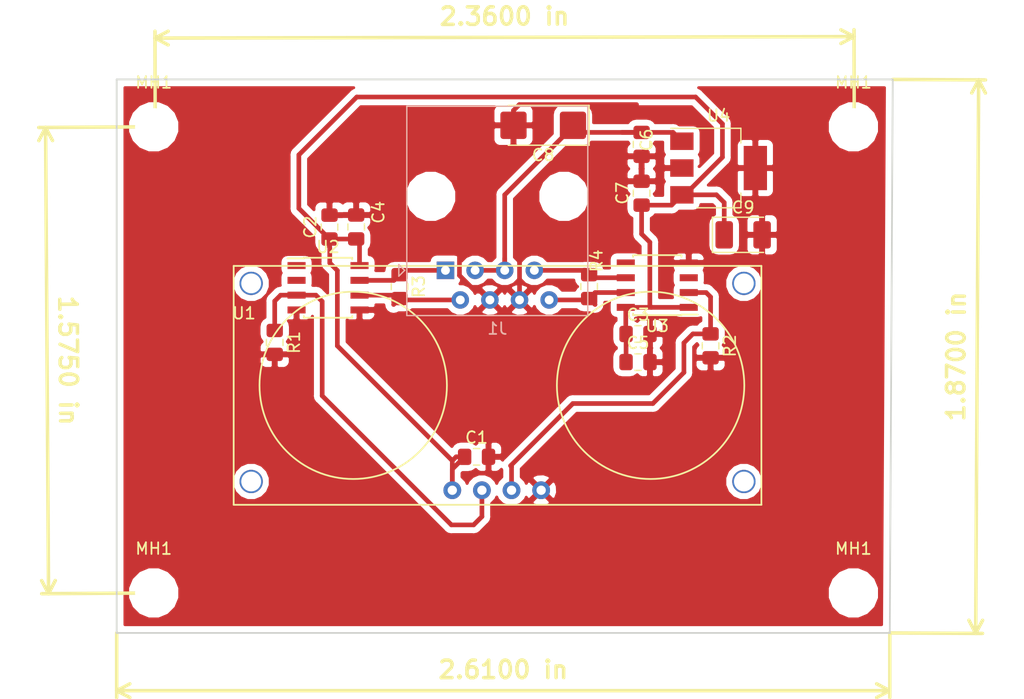
<source format=kicad_pcb>
(kicad_pcb (version 20171130) (host pcbnew "(5.0.0)")

  (general
    (thickness 1.6)
    (drawings 8)
    (tracks 96)
    (zones 0)
    (modules 22)
    (nets 14)
  )

  (page A4)
  (layers
    (0 F.Cu signal)
    (31 B.Cu signal)
    (32 B.Adhes user)
    (33 F.Adhes user)
    (34 B.Paste user)
    (35 F.Paste user)
    (36 B.SilkS user)
    (37 F.SilkS user)
    (38 B.Mask user)
    (39 F.Mask user)
    (40 Dwgs.User user)
    (41 Cmts.User user)
    (42 Eco1.User user)
    (43 Eco2.User user)
    (44 Edge.Cuts user)
    (45 Margin user)
    (46 B.CrtYd user)
    (47 F.CrtYd user)
    (48 B.Fab user hide)
    (49 F.Fab user hide)
  )

  (setup
    (last_trace_width 0.4)
    (trace_clearance 0.25)
    (zone_clearance 0.508)
    (zone_45_only no)
    (trace_min 0.2)
    (segment_width 0.2)
    (edge_width 0.15)
    (via_size 2)
    (via_drill 1)
    (via_min_size 0.4)
    (via_min_drill 0.3)
    (uvia_size 0.3)
    (uvia_drill 0.1)
    (uvias_allowed no)
    (uvia_min_size 0.2)
    (uvia_min_drill 0.1)
    (pcb_text_width 0.3)
    (pcb_text_size 1.5 1.5)
    (mod_edge_width 0.15)
    (mod_text_size 1 1)
    (mod_text_width 0.15)
    (pad_size 2 2)
    (pad_drill 1.7)
    (pad_to_mask_clearance 0.2)
    (aux_axis_origin 106.934 93.218)
    (visible_elements FFFFE77F)
    (pcbplotparams
      (layerselection 0x01000_7fffffff)
      (usegerberextensions false)
      (usegerberattributes false)
      (usegerberadvancedattributes false)
      (creategerberjobfile false)
      (excludeedgelayer true)
      (linewidth 0.100000)
      (plotframeref false)
      (viasonmask false)
      (mode 1)
      (useauxorigin true)
      (hpglpennumber 1)
      (hpglpenspeed 20)
      (hpglpendiameter 15.000000)
      (psnegative false)
      (psa4output false)
      (plotreference true)
      (plotvalue true)
      (plotinvisibletext false)
      (padsonsilk false)
      (subtractmaskfromsilk false)
      (outputformat 1)
      (mirror false)
      (drillshape 0)
      (scaleselection 1)
      (outputdirectory ""))
  )

  (net 0 "")
  (net 1 ECHO)
  (net 2 GND)
  (net 3 TRIG)
  (net 4 ECHO+)
  (net 5 ECHO-)
  (net 6 TRIG-)
  (net 7 TRIG+)
  (net 8 VCC)
  (net 9 +12V)
  (net 10 "Net-(U3-Pad3)")
  (net 11 "Net-(U3-Pad5)")
  (net 12 "Net-(U2-Pad2)")
  (net 13 "Net-(U2-Pad1)")

  (net_class Default "This is the default net class."
    (clearance 0.25)
    (trace_width 0.4)
    (via_dia 2)
    (via_drill 1)
    (uvia_dia 0.3)
    (uvia_drill 0.1)
    (add_net +12V)
    (add_net ECHO)
    (add_net ECHO+)
    (add_net ECHO-)
    (add_net GND)
    (add_net "Net-(U2-Pad1)")
    (add_net "Net-(U2-Pad2)")
    (add_net "Net-(U3-Pad3)")
    (add_net "Net-(U3-Pad5)")
    (add_net TRIG)
    (add_net TRIG+)
    (add_net TRIG-)
    (add_net VCC)
  )

  (module Capacitor_Tantalum_SMD:CP_EIA-6032-20_AVX-F_Pad2.25x2.35mm_HandSolder (layer F.Cu) (tedit 5B301BBE) (tstamp 5B9D405A)
    (at 143.51 49.657 180)
    (descr "Tantalum Capacitor SMD AVX-F (6032-20 Metric), IPC_7351 nominal, (Body size from: http://www.kemet.com/Lists/ProductCatalog/Attachments/253/KEM_TC101_STD.pdf), generated with kicad-footprint-generator")
    (tags "capacitor tantalum")
    (path /5B834596)
    (attr smd)
    (fp_text reference C8 (at 0 -2.55 180) (layer F.SilkS)
      (effects (font (size 1 1) (thickness 0.15)))
    )
    (fp_text value 15u (at 0 2.55 180) (layer F.Fab)
      (effects (font (size 1 1) (thickness 0.15)))
    )
    (fp_line (start 3 -1.6) (end -2.2 -1.6) (layer F.Fab) (width 0.1))
    (fp_line (start -2.2 -1.6) (end -3 -0.8) (layer F.Fab) (width 0.1))
    (fp_line (start -3 -0.8) (end -3 1.6) (layer F.Fab) (width 0.1))
    (fp_line (start -3 1.6) (end 3 1.6) (layer F.Fab) (width 0.1))
    (fp_line (start 3 1.6) (end 3 -1.6) (layer F.Fab) (width 0.1))
    (fp_line (start 3 -1.71) (end -3.935 -1.71) (layer F.SilkS) (width 0.12))
    (fp_line (start -3.935 -1.71) (end -3.935 1.71) (layer F.SilkS) (width 0.12))
    (fp_line (start -3.935 1.71) (end 3 1.71) (layer F.SilkS) (width 0.12))
    (fp_line (start -3.92 1.85) (end -3.92 -1.85) (layer F.CrtYd) (width 0.05))
    (fp_line (start -3.92 -1.85) (end 3.92 -1.85) (layer F.CrtYd) (width 0.05))
    (fp_line (start 3.92 -1.85) (end 3.92 1.85) (layer F.CrtYd) (width 0.05))
    (fp_line (start 3.92 1.85) (end -3.92 1.85) (layer F.CrtYd) (width 0.05))
    (fp_text user %R (at 0 0 180) (layer F.Fab)
      (effects (font (size 1 1) (thickness 0.15)))
    )
    (pad 1 smd roundrect (at -2.55 0 180) (size 2.25 2.35) (layers F.Cu F.Paste F.Mask) (roundrect_rratio 0.111111)
      (net 9 +12V))
    (pad 2 smd roundrect (at 2.55 0 180) (size 2.25 2.35) (layers F.Cu F.Paste F.Mask) (roundrect_rratio 0.111111)
      (net 2 GND))
    (model ${KISYS3DMOD}/Capacitor_Tantalum_SMD.3dshapes/CP_EIA-6032-20_AVX-F.wrl
      (at (xyz 0 0 0))
      (scale (xyz 1 1 1))
      (rotate (xyz 0 0 0))
    )
  )

  (module Connector_RJ:RJ45_Amphenol_54602-x08_Horizontal (layer B.Cu) (tedit 5B103613) (tstamp 5B9D2838)
    (at 135.128 62.103)
    (descr "8 Pol Shallow Latch Connector, Modjack, RJ45 (https://cdn.amphenol-icc.com/media/wysiwyg/files/drawing/c-bmj-0102.pdf)")
    (tags RJ45)
    (path /5B839475)
    (fp_text reference J1 (at 4.445 5) (layer B.SilkS)
      (effects (font (size 1 1) (thickness 0.15)) (justify mirror))
    )
    (fp_text value 8P8C (at 4.445 -4) (layer B.Fab)
      (effects (font (size 1 1) (thickness 0.15)) (justify mirror))
    )
    (fp_text user %R (at 4.445 -2) (layer B.Fab)
      (effects (font (size 1 1) (thickness 0.15)) (justify mirror))
    )
    (fp_line (start -4 -0.5) (end -3.5 0) (layer B.SilkS) (width 0.12))
    (fp_line (start -4 0.5) (end -4 -0.5) (layer B.SilkS) (width 0.12))
    (fp_line (start -3.5 0) (end -4 0.5) (layer B.SilkS) (width 0.12))
    (fp_line (start -3.205 -13.97) (end -3.205 2.77) (layer B.Fab) (width 0.12))
    (fp_line (start 12.095 -13.97) (end -3.205 -13.97) (layer B.Fab) (width 0.12))
    (fp_line (start 12.095 3.77) (end 12.095 -13.97) (layer B.Fab) (width 0.12))
    (fp_line (start -2.205 3.77) (end 12.095 3.77) (layer B.Fab) (width 0.12))
    (fp_line (start -3.205 2.77) (end -2.205 3.77) (layer B.Fab) (width 0.12))
    (fp_line (start -3.315 -14.08) (end 12.205 -14.08) (layer B.SilkS) (width 0.12))
    (fp_line (start 12.205 3.88) (end 12.205 -14.08) (layer B.SilkS) (width 0.12))
    (fp_line (start 12.205 3.88) (end -3.315 3.88) (layer B.SilkS) (width 0.12))
    (fp_line (start -3.315 3.88) (end -3.315 -14.08) (layer B.SilkS) (width 0.12))
    (fp_line (start -3.71 4.27) (end 12.6 4.27) (layer B.CrtYd) (width 0.05))
    (fp_line (start -3.71 4.27) (end -3.71 -14.47) (layer B.CrtYd) (width 0.05))
    (fp_line (start 12.6 -14.47) (end 12.6 4.27) (layer B.CrtYd) (width 0.05))
    (fp_line (start 12.6 -14.47) (end -3.71 -14.47) (layer B.CrtYd) (width 0.05))
    (pad "" np_thru_hole circle (at 10.16 -6.35) (size 3.2 3.2) (drill 3.2) (layers *.Cu *.Mask))
    (pad "" np_thru_hole circle (at -1.27 -6.35) (size 3.2 3.2) (drill 3.2) (layers *.Cu *.Mask))
    (pad 1 thru_hole rect (at 0 0) (size 1.5 1.5) (drill 0.76) (layers *.Cu *.Mask)
      (net 7 TRIG+))
    (pad 2 thru_hole circle (at 1.27 2.54) (size 1.5 1.5) (drill 0.76) (layers *.Cu *.Mask)
      (net 6 TRIG-))
    (pad 3 thru_hole circle (at 2.54 0) (size 1.5 1.5) (drill 0.76) (layers *.Cu *.Mask)
      (net 9 +12V))
    (pad 4 thru_hole circle (at 3.81 2.54) (size 1.5 1.5) (drill 0.76) (layers *.Cu *.Mask)
      (net 2 GND))
    (pad 5 thru_hole circle (at 5.08 0) (size 1.5 1.5) (drill 0.76) (layers *.Cu *.Mask)
      (net 9 +12V))
    (pad 6 thru_hole circle (at 6.35 2.54) (size 1.5 1.5) (drill 0.76) (layers *.Cu *.Mask)
      (net 2 GND))
    (pad 7 thru_hole circle (at 7.62 0) (size 1.5 1.5) (drill 0.76) (layers *.Cu *.Mask)
      (net 5 ECHO-))
    (pad 8 thru_hole circle (at 8.89 2.54) (size 1.5 1.5) (drill 0.76) (layers *.Cu *.Mask)
      (net 4 ECHO+))
    (model ${KISYS3DMOD}/Connector_RJ.3dshapes/RJ45_Amphenol_54602-x08_Horizontal.wrl
      (at (xyz 0 0 0))
      (scale (xyz 1 1 1))
      (rotate (xyz 0 0 0))
    )
  )

  (module MountingHole:MountingHole_3.2mm_M3_DIN965 (layer F.Cu) (tedit 56D1B4CB) (tstamp 5B9D1EA1)
    (at 170.109 89.784)
    (descr "Mounting Hole 3.2mm, no annular, M3, DIN965")
    (tags "mounting hole 3.2mm no annular m3 din965")
    (path /5B8343FB)
    (attr virtual)
    (fp_text reference MH1 (at 0 -3.8) (layer F.SilkS)
      (effects (font (size 1 1) (thickness 0.15)))
    )
    (fp_text value MountingHole (at 0 3.8) (layer F.Fab)
      (effects (font (size 1 1) (thickness 0.15)))
    )
    (fp_text user %R (at 0.3 0) (layer F.Fab)
      (effects (font (size 1 1) (thickness 0.15)))
    )
    (fp_circle (center 0 0) (end 2.8 0) (layer Cmts.User) (width 0.15))
    (fp_circle (center 0 0) (end 3.05 0) (layer F.CrtYd) (width 0.05))
    (pad 1 np_thru_hole circle (at 0 0) (size 3.2 3.2) (drill 3.2) (layers *.Cu *.Mask))
  )

  (module MountingHole:MountingHole_3.2mm_M3_DIN965 (layer F.Cu) (tedit 56D1B4CB) (tstamp 5B9D1EE5)
    (at 110.109 89.784)
    (descr "Mounting Hole 3.2mm, no annular, M3, DIN965")
    (tags "mounting hole 3.2mm no annular m3 din965")
    (path /5B8343FB)
    (attr virtual)
    (fp_text reference MH1 (at 0 -3.8) (layer F.SilkS)
      (effects (font (size 1 1) (thickness 0.15)))
    )
    (fp_text value MountingHole (at 0 3.8) (layer F.Fab)
      (effects (font (size 1 1) (thickness 0.15)))
    )
    (fp_text user %R (at 0.3 0) (layer F.Fab)
      (effects (font (size 1 1) (thickness 0.15)))
    )
    (fp_circle (center 0 0) (end 2.8 0) (layer Cmts.User) (width 0.15))
    (fp_circle (center 0 0) (end 3.05 0) (layer F.CrtYd) (width 0.05))
    (pad 1 np_thru_hole circle (at 0 0) (size 3.2 3.2) (drill 3.2) (layers *.Cu *.Mask))
  )

  (module MountingHole:MountingHole_3.2mm_M3_DIN965 (layer F.Cu) (tedit 56D1B4CB) (tstamp 5B9D1EFA)
    (at 170.109 49.784)
    (descr "Mounting Hole 3.2mm, no annular, M3, DIN965")
    (tags "mounting hole 3.2mm no annular m3 din965")
    (path /5B8343FB)
    (attr virtual)
    (fp_text reference MH1 (at 0 -3.8) (layer F.SilkS)
      (effects (font (size 1 1) (thickness 0.15)))
    )
    (fp_text value MountingHole (at 0 3.8) (layer F.Fab)
      (effects (font (size 1 1) (thickness 0.15)))
    )
    (fp_text user %R (at 0.3 0) (layer F.Fab)
      (effects (font (size 1 1) (thickness 0.15)))
    )
    (fp_circle (center 0 0) (end 2.8 0) (layer Cmts.User) (width 0.15))
    (fp_circle (center 0 0) (end 3.05 0) (layer F.CrtYd) (width 0.05))
    (pad 1 np_thru_hole circle (at 0 0) (size 3.2 3.2) (drill 3.2) (layers *.Cu *.Mask))
  )

  (module MountingHole:MountingHole_3.2mm_M3_DIN965 (layer F.Cu) (tedit 56D1B4CB) (tstamp 5B90C39F)
    (at 110.109 49.784)
    (descr "Mounting Hole 3.2mm, no annular, M3, DIN965")
    (tags "mounting hole 3.2mm no annular m3 din965")
    (path /5B8343FB)
    (attr virtual)
    (fp_text reference MH1 (at 0 -3.8) (layer F.SilkS)
      (effects (font (size 1 1) (thickness 0.15)))
    )
    (fp_text value MountingHole (at 0 3.8) (layer F.Fab)
      (effects (font (size 1 1) (thickness 0.15)))
    )
    (fp_circle (center 0 0) (end 3.05 0) (layer F.CrtYd) (width 0.05))
    (fp_circle (center 0 0) (end 2.8 0) (layer Cmts.User) (width 0.15))
    (fp_text user %R (at 0.3 0) (layer F.Fab)
      (effects (font (size 1 1) (thickness 0.15)))
    )
    (pad 1 np_thru_hole circle (at 0 0) (size 3.2 3.2) (drill 3.2) (layers *.Cu *.Mask))
  )

  (module Capacitor_SMD:C_0805_2012Metric_Pad1.15x1.40mm_HandSolder (layer F.Cu) (tedit 5B36C52B) (tstamp 5B90C471)
    (at 125.185037 58.389354 90)
    (descr "Capacitor SMD 0805 (2012 Metric), square (rectangular) end terminal, IPC_7351 nominal with elongated pad for handsoldering. (Body size source: https://docs.google.com/spreadsheets/d/1BsfQQcO9C6DZCsRaXUlFlo91Tg2WpOkGARC1WS5S8t0/edit?usp=sharing), generated with kicad-footprint-generator")
    (tags "capacitor handsolder")
    (path /5B82EBBB)
    (attr smd)
    (fp_text reference C2 (at 0 -1.65 90) (layer F.SilkS)
      (effects (font (size 1 1) (thickness 0.15)))
    )
    (fp_text value 100n (at 0 1.65 90) (layer F.Fab)
      (effects (font (size 1 1) (thickness 0.15)))
    )
    (fp_line (start -1 0.6) (end -1 -0.6) (layer F.Fab) (width 0.1))
    (fp_line (start -1 -0.6) (end 1 -0.6) (layer F.Fab) (width 0.1))
    (fp_line (start 1 -0.6) (end 1 0.6) (layer F.Fab) (width 0.1))
    (fp_line (start 1 0.6) (end -1 0.6) (layer F.Fab) (width 0.1))
    (fp_line (start -0.261252 -0.71) (end 0.261252 -0.71) (layer F.SilkS) (width 0.12))
    (fp_line (start -0.261252 0.71) (end 0.261252 0.71) (layer F.SilkS) (width 0.12))
    (fp_line (start -1.85 0.95) (end -1.85 -0.95) (layer F.CrtYd) (width 0.05))
    (fp_line (start -1.85 -0.95) (end 1.85 -0.95) (layer F.CrtYd) (width 0.05))
    (fp_line (start 1.85 -0.95) (end 1.85 0.95) (layer F.CrtYd) (width 0.05))
    (fp_line (start 1.85 0.95) (end -1.85 0.95) (layer F.CrtYd) (width 0.05))
    (fp_text user %R (at 0 0 90) (layer F.Fab)
      (effects (font (size 0.5 0.5) (thickness 0.08)))
    )
    (pad 1 smd roundrect (at -1.025 0 90) (size 1.15 1.4) (layers F.Cu F.Paste F.Mask) (roundrect_rratio 0.217391)
      (net 8 VCC))
    (pad 2 smd roundrect (at 1.025 0 90) (size 1.15 1.4) (layers F.Cu F.Paste F.Mask) (roundrect_rratio 0.217391)
      (net 2 GND))
    (model ${KISYS3DMOD}/Capacitor_SMD.3dshapes/C_0805_2012Metric.wrl
      (at (xyz 0 0 0))
      (scale (xyz 1 1 1))
      (rotate (xyz 0 0 0))
    )
  )

  (module Capacitor_SMD:C_0805_2012Metric_Pad1.15x1.40mm_HandSolder (layer F.Cu) (tedit 5B36C52B) (tstamp 5B90C460)
    (at 151.638 67.564)
    (descr "Capacitor SMD 0805 (2012 Metric), square (rectangular) end terminal, IPC_7351 nominal with elongated pad for handsoldering. (Body size source: https://docs.google.com/spreadsheets/d/1BsfQQcO9C6DZCsRaXUlFlo91Tg2WpOkGARC1WS5S8t0/edit?usp=sharing), generated with kicad-footprint-generator")
    (tags "capacitor handsolder")
    (path /5B82ECBB)
    (attr smd)
    (fp_text reference C3 (at 0 -1.65) (layer F.SilkS)
      (effects (font (size 1 1) (thickness 0.15)))
    )
    (fp_text value 100n (at 0 1.65) (layer F.Fab)
      (effects (font (size 1 1) (thickness 0.15)))
    )
    (fp_text user %R (at 0 0) (layer F.Fab)
      (effects (font (size 0.5 0.5) (thickness 0.08)))
    )
    (fp_line (start 1.85 0.95) (end -1.85 0.95) (layer F.CrtYd) (width 0.05))
    (fp_line (start 1.85 -0.95) (end 1.85 0.95) (layer F.CrtYd) (width 0.05))
    (fp_line (start -1.85 -0.95) (end 1.85 -0.95) (layer F.CrtYd) (width 0.05))
    (fp_line (start -1.85 0.95) (end -1.85 -0.95) (layer F.CrtYd) (width 0.05))
    (fp_line (start -0.261252 0.71) (end 0.261252 0.71) (layer F.SilkS) (width 0.12))
    (fp_line (start -0.261252 -0.71) (end 0.261252 -0.71) (layer F.SilkS) (width 0.12))
    (fp_line (start 1 0.6) (end -1 0.6) (layer F.Fab) (width 0.1))
    (fp_line (start 1 -0.6) (end 1 0.6) (layer F.Fab) (width 0.1))
    (fp_line (start -1 -0.6) (end 1 -0.6) (layer F.Fab) (width 0.1))
    (fp_line (start -1 0.6) (end -1 -0.6) (layer F.Fab) (width 0.1))
    (pad 2 smd roundrect (at 1.025 0) (size 1.15 1.4) (layers F.Cu F.Paste F.Mask) (roundrect_rratio 0.217391)
      (net 2 GND))
    (pad 1 smd roundrect (at -1.025 0) (size 1.15 1.4) (layers F.Cu F.Paste F.Mask) (roundrect_rratio 0.217391)
      (net 8 VCC))
    (model ${KISYS3DMOD}/Capacitor_SMD.3dshapes/C_0805_2012Metric.wrl
      (at (xyz 0 0 0))
      (scale (xyz 1 1 1))
      (rotate (xyz 0 0 0))
    )
  )

  (module Capacitor_SMD:C_0805_2012Metric_Pad1.15x1.40mm_HandSolder (layer F.Cu) (tedit 5B36C52B) (tstamp 5B90C44F)
    (at 127.471037 58.380354 90)
    (descr "Capacitor SMD 0805 (2012 Metric), square (rectangular) end terminal, IPC_7351 nominal with elongated pad for handsoldering. (Body size source: https://docs.google.com/spreadsheets/d/1BsfQQcO9C6DZCsRaXUlFlo91Tg2WpOkGARC1WS5S8t0/edit?usp=sharing), generated with kicad-footprint-generator")
    (tags "capacitor handsolder")
    (path /5B82EBFE)
    (attr smd)
    (fp_text reference C4 (at 1.261 1.905 90) (layer F.SilkS)
      (effects (font (size 1 1) (thickness 0.15)))
    )
    (fp_text value 10n (at 0 1.65 90) (layer F.Fab)
      (effects (font (size 1 1) (thickness 0.15)))
    )
    (fp_line (start -1 0.6) (end -1 -0.6) (layer F.Fab) (width 0.1))
    (fp_line (start -1 -0.6) (end 1 -0.6) (layer F.Fab) (width 0.1))
    (fp_line (start 1 -0.6) (end 1 0.6) (layer F.Fab) (width 0.1))
    (fp_line (start 1 0.6) (end -1 0.6) (layer F.Fab) (width 0.1))
    (fp_line (start -0.261252 -0.71) (end 0.261252 -0.71) (layer F.SilkS) (width 0.12))
    (fp_line (start -0.261252 0.71) (end 0.261252 0.71) (layer F.SilkS) (width 0.12))
    (fp_line (start -1.85 0.95) (end -1.85 -0.95) (layer F.CrtYd) (width 0.05))
    (fp_line (start -1.85 -0.95) (end 1.85 -0.95) (layer F.CrtYd) (width 0.05))
    (fp_line (start 1.85 -0.95) (end 1.85 0.95) (layer F.CrtYd) (width 0.05))
    (fp_line (start 1.85 0.95) (end -1.85 0.95) (layer F.CrtYd) (width 0.05))
    (fp_text user %R (at 0 0 90) (layer F.Fab)
      (effects (font (size 0.5 0.5) (thickness 0.08)))
    )
    (pad 1 smd roundrect (at -1.025 0 90) (size 1.15 1.4) (layers F.Cu F.Paste F.Mask) (roundrect_rratio 0.217391)
      (net 8 VCC))
    (pad 2 smd roundrect (at 1.025 0 90) (size 1.15 1.4) (layers F.Cu F.Paste F.Mask) (roundrect_rratio 0.217391)
      (net 2 GND))
    (model ${KISYS3DMOD}/Capacitor_SMD.3dshapes/C_0805_2012Metric.wrl
      (at (xyz 0 0 0))
      (scale (xyz 1 1 1))
      (rotate (xyz 0 0 0))
    )
  )

  (module Capacitor_SMD:C_0805_2012Metric_Pad1.15x1.40mm_HandSolder (layer F.Cu) (tedit 5B36C52B) (tstamp 5B90C43E)
    (at 151.638 69.977)
    (descr "Capacitor SMD 0805 (2012 Metric), square (rectangular) end terminal, IPC_7351 nominal with elongated pad for handsoldering. (Body size source: https://docs.google.com/spreadsheets/d/1BsfQQcO9C6DZCsRaXUlFlo91Tg2WpOkGARC1WS5S8t0/edit?usp=sharing), generated with kicad-footprint-generator")
    (tags "capacitor handsolder")
    (path /5B82ECCD)
    (attr smd)
    (fp_text reference C5 (at 0 -1.65) (layer F.SilkS)
      (effects (font (size 1 1) (thickness 0.15)))
    )
    (fp_text value 10n (at 0 1.65) (layer F.Fab)
      (effects (font (size 1 1) (thickness 0.15)))
    )
    (fp_text user %R (at 0 0) (layer F.Fab)
      (effects (font (size 0.5 0.5) (thickness 0.08)))
    )
    (fp_line (start 1.85 0.95) (end -1.85 0.95) (layer F.CrtYd) (width 0.05))
    (fp_line (start 1.85 -0.95) (end 1.85 0.95) (layer F.CrtYd) (width 0.05))
    (fp_line (start -1.85 -0.95) (end 1.85 -0.95) (layer F.CrtYd) (width 0.05))
    (fp_line (start -1.85 0.95) (end -1.85 -0.95) (layer F.CrtYd) (width 0.05))
    (fp_line (start -0.261252 0.71) (end 0.261252 0.71) (layer F.SilkS) (width 0.12))
    (fp_line (start -0.261252 -0.71) (end 0.261252 -0.71) (layer F.SilkS) (width 0.12))
    (fp_line (start 1 0.6) (end -1 0.6) (layer F.Fab) (width 0.1))
    (fp_line (start 1 -0.6) (end 1 0.6) (layer F.Fab) (width 0.1))
    (fp_line (start -1 -0.6) (end 1 -0.6) (layer F.Fab) (width 0.1))
    (fp_line (start -1 0.6) (end -1 -0.6) (layer F.Fab) (width 0.1))
    (pad 2 smd roundrect (at 1.025 0) (size 1.15 1.4) (layers F.Cu F.Paste F.Mask) (roundrect_rratio 0.217391)
      (net 2 GND))
    (pad 1 smd roundrect (at -1.025 0) (size 1.15 1.4) (layers F.Cu F.Paste F.Mask) (roundrect_rratio 0.217391)
      (net 8 VCC))
    (model ${KISYS3DMOD}/Capacitor_SMD.3dshapes/C_0805_2012Metric.wrl
      (at (xyz 0 0 0))
      (scale (xyz 1 1 1))
      (rotate (xyz 0 0 0))
    )
  )

  (module Capacitor_SMD:C_0805_2012Metric_Pad1.15x1.40mm_HandSolder (layer F.Cu) (tedit 5B36C52B) (tstamp 5B9D408E)
    (at 151.945804 51.291255 270)
    (descr "Capacitor SMD 0805 (2012 Metric), square (rectangular) end terminal, IPC_7351 nominal with elongated pad for handsoldering. (Body size source: https://docs.google.com/spreadsheets/d/1BsfQQcO9C6DZCsRaXUlFlo91Tg2WpOkGARC1WS5S8t0/edit?usp=sharing), generated with kicad-footprint-generator")
    (tags "capacitor handsolder")
    (path /5B82FF7A)
    (attr smd)
    (fp_text reference C6 (at -0.380001 -0.425001 270) (layer F.SilkS)
      (effects (font (size 1 1) (thickness 0.15)))
    )
    (fp_text value 100n (at 0 1.65 270) (layer F.Fab)
      (effects (font (size 1 1) (thickness 0.15)))
    )
    (fp_line (start -1 0.6) (end -1 -0.6) (layer F.Fab) (width 0.1))
    (fp_line (start -1 -0.6) (end 1 -0.6) (layer F.Fab) (width 0.1))
    (fp_line (start 1 -0.6) (end 1 0.6) (layer F.Fab) (width 0.1))
    (fp_line (start 1 0.6) (end -1 0.6) (layer F.Fab) (width 0.1))
    (fp_line (start -0.261252 -0.71) (end 0.261252 -0.71) (layer F.SilkS) (width 0.12))
    (fp_line (start -0.261252 0.71) (end 0.261252 0.71) (layer F.SilkS) (width 0.12))
    (fp_line (start -1.85 0.95) (end -1.85 -0.95) (layer F.CrtYd) (width 0.05))
    (fp_line (start -1.85 -0.95) (end 1.85 -0.95) (layer F.CrtYd) (width 0.05))
    (fp_line (start 1.85 -0.95) (end 1.85 0.95) (layer F.CrtYd) (width 0.05))
    (fp_line (start 1.85 0.95) (end -1.85 0.95) (layer F.CrtYd) (width 0.05))
    (fp_text user %R (at 0 0 270) (layer F.Fab)
      (effects (font (size 0.5 0.5) (thickness 0.08)))
    )
    (pad 1 smd roundrect (at -1.025 0 270) (size 1.15 1.4) (layers F.Cu F.Paste F.Mask) (roundrect_rratio 0.217391)
      (net 9 +12V))
    (pad 2 smd roundrect (at 1.025 0 270) (size 1.15 1.4) (layers F.Cu F.Paste F.Mask) (roundrect_rratio 0.217391)
      (net 2 GND))
    (model ${KISYS3DMOD}/Capacitor_SMD.3dshapes/C_0805_2012Metric.wrl
      (at (xyz 0 0 0))
      (scale (xyz 1 1 1))
      (rotate (xyz 0 0 0))
    )
  )

  (module Capacitor_SMD:C_0805_2012Metric_Pad1.15x1.40mm_HandSolder (layer F.Cu) (tedit 5B36C52B) (tstamp 5B9D412D)
    (at 151.945804 55.482255 90)
    (descr "Capacitor SMD 0805 (2012 Metric), square (rectangular) end terminal, IPC_7351 nominal with elongated pad for handsoldering. (Body size source: https://docs.google.com/spreadsheets/d/1BsfQQcO9C6DZCsRaXUlFlo91Tg2WpOkGARC1WS5S8t0/edit?usp=sharing), generated with kicad-footprint-generator")
    (tags "capacitor handsolder")
    (path /5B82FFD3)
    (attr smd)
    (fp_text reference C7 (at 0 -1.65 90) (layer F.SilkS)
      (effects (font (size 1 1) (thickness 0.15)))
    )
    (fp_text value 1u (at 0 1.65 90) (layer F.Fab)
      (effects (font (size 1 1) (thickness 0.15)))
    )
    (fp_text user %R (at 0 0 90) (layer F.Fab)
      (effects (font (size 0.5 0.5) (thickness 0.08)))
    )
    (fp_line (start 1.85 0.95) (end -1.85 0.95) (layer F.CrtYd) (width 0.05))
    (fp_line (start 1.85 -0.95) (end 1.85 0.95) (layer F.CrtYd) (width 0.05))
    (fp_line (start -1.85 -0.95) (end 1.85 -0.95) (layer F.CrtYd) (width 0.05))
    (fp_line (start -1.85 0.95) (end -1.85 -0.95) (layer F.CrtYd) (width 0.05))
    (fp_line (start -0.261252 0.71) (end 0.261252 0.71) (layer F.SilkS) (width 0.12))
    (fp_line (start -0.261252 -0.71) (end 0.261252 -0.71) (layer F.SilkS) (width 0.12))
    (fp_line (start 1 0.6) (end -1 0.6) (layer F.Fab) (width 0.1))
    (fp_line (start 1 -0.6) (end 1 0.6) (layer F.Fab) (width 0.1))
    (fp_line (start -1 -0.6) (end 1 -0.6) (layer F.Fab) (width 0.1))
    (fp_line (start -1 0.6) (end -1 -0.6) (layer F.Fab) (width 0.1))
    (pad 2 smd roundrect (at 1.025 0 90) (size 1.15 1.4) (layers F.Cu F.Paste F.Mask) (roundrect_rratio 0.217391)
      (net 2 GND))
    (pad 1 smd roundrect (at -1.025 0 90) (size 1.15 1.4) (layers F.Cu F.Paste F.Mask) (roundrect_rratio 0.217391)
      (net 8 VCC))
    (model ${KISYS3DMOD}/Capacitor_SMD.3dshapes/C_0805_2012Metric.wrl
      (at (xyz 0 0 0))
      (scale (xyz 1 1 1))
      (rotate (xyz 0 0 0))
    )
  )

  (module Capacitor_SMD:C_0805_2012Metric_Pad1.15x1.40mm_HandSolder (layer F.Cu) (tedit 5B36C52B) (tstamp 5B9D40BE)
    (at 137.795 78.105)
    (descr "Capacitor SMD 0805 (2012 Metric), square (rectangular) end terminal, IPC_7351 nominal with elongated pad for handsoldering. (Body size source: https://docs.google.com/spreadsheets/d/1BsfQQcO9C6DZCsRaXUlFlo91Tg2WpOkGARC1WS5S8t0/edit?usp=sharing), generated with kicad-footprint-generator")
    (tags "capacitor handsolder")
    (path /5B82E93E)
    (attr smd)
    (fp_text reference C1 (at 0 -1.65) (layer F.SilkS)
      (effects (font (size 1 1) (thickness 0.15)))
    )
    (fp_text value 100n (at 0 1.65) (layer F.Fab)
      (effects (font (size 1 1) (thickness 0.15)))
    )
    (fp_line (start -1 0.6) (end -1 -0.6) (layer F.Fab) (width 0.1))
    (fp_line (start -1 -0.6) (end 1 -0.6) (layer F.Fab) (width 0.1))
    (fp_line (start 1 -0.6) (end 1 0.6) (layer F.Fab) (width 0.1))
    (fp_line (start 1 0.6) (end -1 0.6) (layer F.Fab) (width 0.1))
    (fp_line (start -0.261252 -0.71) (end 0.261252 -0.71) (layer F.SilkS) (width 0.12))
    (fp_line (start -0.261252 0.71) (end 0.261252 0.71) (layer F.SilkS) (width 0.12))
    (fp_line (start -1.85 0.95) (end -1.85 -0.95) (layer F.CrtYd) (width 0.05))
    (fp_line (start -1.85 -0.95) (end 1.85 -0.95) (layer F.CrtYd) (width 0.05))
    (fp_line (start 1.85 -0.95) (end 1.85 0.95) (layer F.CrtYd) (width 0.05))
    (fp_line (start 1.85 0.95) (end -1.85 0.95) (layer F.CrtYd) (width 0.05))
    (fp_text user %R (at 0 0) (layer F.Fab)
      (effects (font (size 0.5 0.5) (thickness 0.08)))
    )
    (pad 1 smd roundrect (at -1.025 0) (size 1.15 1.4) (layers F.Cu F.Paste F.Mask) (roundrect_rratio 0.217391)
      (net 8 VCC))
    (pad 2 smd roundrect (at 1.025 0) (size 1.15 1.4) (layers F.Cu F.Paste F.Mask) (roundrect_rratio 0.217391)
      (net 2 GND))
    (model ${KISYS3DMOD}/Capacitor_SMD.3dshapes/C_0805_2012Metric.wrl
      (at (xyz 0 0 0))
      (scale (xyz 1 1 1))
      (rotate (xyz 0 0 0))
    )
  )

  (module Capacitor_Tantalum_SMD:CP_EIA-3528-12_Kemet-T_Pad1.50x2.35mm_HandSolder (layer F.Cu) (tedit 5B342532) (tstamp 5B9D415F)
    (at 160.655 59.055)
    (descr "Tantalum Capacitor SMD Kemet-T (3528-12 Metric), IPC_7351 nominal, (Body size from: http://www.kemet.com/Lists/ProductCatalog/Attachments/253/KEM_TC101_STD.pdf), generated with kicad-footprint-generator")
    (tags "capacitor tantalum")
    (path /5B830884)
    (attr smd)
    (fp_text reference C9 (at 0 -2.35) (layer F.SilkS)
      (effects (font (size 1 1) (thickness 0.15)))
    )
    (fp_text value 15u (at 0 2.35) (layer F.Fab)
      (effects (font (size 1 1) (thickness 0.15)))
    )
    (fp_line (start 1.75 -1.4) (end -1.05 -1.4) (layer F.Fab) (width 0.1))
    (fp_line (start -1.05 -1.4) (end -1.75 -0.7) (layer F.Fab) (width 0.1))
    (fp_line (start -1.75 -0.7) (end -1.75 1.4) (layer F.Fab) (width 0.1))
    (fp_line (start -1.75 1.4) (end 1.75 1.4) (layer F.Fab) (width 0.1))
    (fp_line (start 1.75 1.4) (end 1.75 -1.4) (layer F.Fab) (width 0.1))
    (fp_line (start 1.75 -1.51) (end -2.635 -1.51) (layer F.SilkS) (width 0.12))
    (fp_line (start -2.635 -1.51) (end -2.635 1.51) (layer F.SilkS) (width 0.12))
    (fp_line (start -2.635 1.51) (end 1.75 1.51) (layer F.SilkS) (width 0.12))
    (fp_line (start -2.62 1.65) (end -2.62 -1.65) (layer F.CrtYd) (width 0.05))
    (fp_line (start -2.62 -1.65) (end 2.62 -1.65) (layer F.CrtYd) (width 0.05))
    (fp_line (start 2.62 -1.65) (end 2.62 1.65) (layer F.CrtYd) (width 0.05))
    (fp_line (start 2.62 1.65) (end -2.62 1.65) (layer F.CrtYd) (width 0.05))
    (fp_text user %R (at 0 0) (layer F.Fab)
      (effects (font (size 0.88 0.88) (thickness 0.13)))
    )
    (pad 1 smd roundrect (at -1.625 0) (size 1.5 2.35) (layers F.Cu F.Paste F.Mask) (roundrect_rratio 0.166667)
      (net 8 VCC))
    (pad 2 smd roundrect (at 1.625 0) (size 1.5 2.35) (layers F.Cu F.Paste F.Mask) (roundrect_rratio 0.166667)
      (net 2 GND))
    (model ${KISYS3DMOD}/Capacitor_Tantalum_SMD.3dshapes/CP_EIA-3528-12_Kemet-T.wrl
      (at (xyz 0 0 0))
      (scale (xyz 1 1 1))
      (rotate (xyz 0 0 0))
    )
  )

  (module Libs:HC-SR04 (layer F.Cu) (tedit 5B830668) (tstamp 5B9D4551)
    (at 116.967 61.722)
    (path /5B82E831)
    (fp_text reference U1 (at 0.889 4.064) (layer F.SilkS)
      (effects (font (size 1 1) (thickness 0.15)))
    )
    (fp_text value Hc-SR04 (at 17.5 3.75) (layer F.Fab)
      (effects (font (size 1 1) (thickness 0.15)))
    )
    (fp_line (start 0 0) (end 45.25 0) (layer F.SilkS) (width 0.15))
    (fp_line (start 45.25 0) (end 45.25 20.5) (layer F.SilkS) (width 0.15))
    (fp_line (start 45.25 20.5) (end 0 20.5) (layer F.SilkS) (width 0.15))
    (fp_line (start 0 20.5) (end 0 0) (layer F.SilkS) (width 0.15))
    (fp_circle (center 35.75 10.25) (end 36.5 18.25) (layer F.SilkS) (width 0.15))
    (fp_circle (center 10.25 10.25) (end 11 18.25) (layer F.SilkS) (width 0.15))
    (pad "" np_thru_hole circle (at 1.5 1.5) (size 2 2) (drill 1.7) (layers *.Cu *.Mask))
    (pad "" np_thru_hole circle (at 43.75 1.5) (size 2 2) (drill 1.7) (layers *.Cu *.Mask))
    (pad "" np_thru_hole circle (at 1.5 18.5) (size 2 2) (drill 1.7) (layers *.Cu *.Mask))
    (pad "" np_thru_hole circle (at 43.75 18.5) (size 2 2) (drill 1.7) (layers *.Cu *.Mask))
    (pad 1 thru_hole circle (at 18.746 19.25) (size 1.524 1.524) (drill 0.8) (layers *.Cu *.Mask)
      (net 8 VCC))
    (pad 2 thru_hole circle (at 21.286 19.25) (size 1.524 1.524) (drill 0.8) (layers *.Cu B.Mask)
      (net 3 TRIG))
    (pad 3 thru_hole circle (at 23.826 19.25) (size 1.524 1.524) (drill 0.8) (layers *.Cu *.Mask)
      (net 1 ECHO))
    (pad 4 thru_hole circle (at 26.366 19.25) (size 1.524 1.524) (drill 0.8) (layers *.Cu *.Mask)
      (net 2 GND))
  )

  (module Package_SO:SOIC-8_3.9x4.9mm_P1.27mm (layer F.Cu) (tedit 5A02F2D3) (tstamp 5B90C37F)
    (at 125.058037 63.596354)
    (descr "8-Lead Plastic Small Outline (SN) - Narrow, 3.90 mm Body [SOIC] (see Microchip Packaging Specification 00000049BS.pdf)")
    (tags "SOIC 1.27")
    (path /5B82EAE9)
    (attr smd)
    (fp_text reference U2 (at 0 -3.5) (layer F.SilkS)
      (effects (font (size 1 1) (thickness 0.15)))
    )
    (fp_text value DS92LV010A (at 0 3.5) (layer F.Fab)
      (effects (font (size 1 1) (thickness 0.15)))
    )
    (fp_line (start -2.075 -2.525) (end -3.475 -2.525) (layer F.SilkS) (width 0.15))
    (fp_line (start -2.075 2.575) (end 2.075 2.575) (layer F.SilkS) (width 0.15))
    (fp_line (start -2.075 -2.575) (end 2.075 -2.575) (layer F.SilkS) (width 0.15))
    (fp_line (start -2.075 2.575) (end -2.075 2.43) (layer F.SilkS) (width 0.15))
    (fp_line (start 2.075 2.575) (end 2.075 2.43) (layer F.SilkS) (width 0.15))
    (fp_line (start 2.075 -2.575) (end 2.075 -2.43) (layer F.SilkS) (width 0.15))
    (fp_line (start -2.075 -2.575) (end -2.075 -2.525) (layer F.SilkS) (width 0.15))
    (fp_line (start -3.73 2.7) (end 3.73 2.7) (layer F.CrtYd) (width 0.05))
    (fp_line (start -3.73 -2.7) (end 3.73 -2.7) (layer F.CrtYd) (width 0.05))
    (fp_line (start 3.73 -2.7) (end 3.73 2.7) (layer F.CrtYd) (width 0.05))
    (fp_line (start -3.73 -2.7) (end -3.73 2.7) (layer F.CrtYd) (width 0.05))
    (fp_line (start -1.95 -1.45) (end -0.95 -2.45) (layer F.Fab) (width 0.1))
    (fp_line (start -1.95 2.45) (end -1.95 -1.45) (layer F.Fab) (width 0.1))
    (fp_line (start 1.95 2.45) (end -1.95 2.45) (layer F.Fab) (width 0.1))
    (fp_line (start 1.95 -2.45) (end 1.95 2.45) (layer F.Fab) (width 0.1))
    (fp_line (start -0.95 -2.45) (end 1.95 -2.45) (layer F.Fab) (width 0.1))
    (fp_text user %R (at 0 0) (layer F.Fab)
      (effects (font (size 1 1) (thickness 0.15)))
    )
    (pad 8 smd rect (at 2.7 -1.905) (size 1.55 0.6) (layers F.Cu F.Paste F.Mask)
      (net 8 VCC))
    (pad 7 smd rect (at 2.7 -0.635) (size 1.55 0.6) (layers F.Cu F.Paste F.Mask)
      (net 7 TRIG+))
    (pad 6 smd rect (at 2.7 0.635) (size 1.55 0.6) (layers F.Cu F.Paste F.Mask)
      (net 6 TRIG-))
    (pad 5 smd rect (at 2.7 1.905) (size 1.55 0.6) (layers F.Cu F.Paste F.Mask)
      (net 2 GND))
    (pad 4 smd rect (at -2.7 1.905) (size 1.55 0.6) (layers F.Cu F.Paste F.Mask)
      (net 2 GND))
    (pad 3 smd rect (at -2.7 0.635) (size 1.55 0.6) (layers F.Cu F.Paste F.Mask)
      (net 3 TRIG))
    (pad 2 smd rect (at -2.7 -0.635) (size 1.55 0.6) (layers F.Cu F.Paste F.Mask)
      (net 12 "Net-(U2-Pad2)"))
    (pad 1 smd rect (at -2.7 -1.905) (size 1.55 0.6) (layers F.Cu F.Paste F.Mask)
      (net 13 "Net-(U2-Pad1)"))
    (model ${KISYS3DMOD}/Package_SO.3dshapes/SOIC-8_3.9x4.9mm_P1.27mm.wrl
      (at (xyz 0 0 0))
      (scale (xyz 1 1 1))
      (rotate (xyz 0 0 0))
    )
  )

  (module Package_SO:SOIC-8_3.9x4.9mm_P1.27mm (layer F.Cu) (tedit 5A02F2D3) (tstamp 5B90C362)
    (at 153.289 63.373 180)
    (descr "8-Lead Plastic Small Outline (SN) - Narrow, 3.90 mm Body [SOIC] (see Microchip Packaging Specification 00000049BS.pdf)")
    (tags "SOIC 1.27")
    (path /5B82ECE6)
    (attr smd)
    (fp_text reference U3 (at 0 -3.5 180) (layer F.SilkS)
      (effects (font (size 1 1) (thickness 0.15)))
    )
    (fp_text value DS92LV010A (at 0 3.5 180) (layer F.Fab)
      (effects (font (size 1 1) (thickness 0.15)))
    )
    (fp_text user %R (at 0 0 180) (layer F.Fab)
      (effects (font (size 1 1) (thickness 0.15)))
    )
    (fp_line (start -0.95 -2.45) (end 1.95 -2.45) (layer F.Fab) (width 0.1))
    (fp_line (start 1.95 -2.45) (end 1.95 2.45) (layer F.Fab) (width 0.1))
    (fp_line (start 1.95 2.45) (end -1.95 2.45) (layer F.Fab) (width 0.1))
    (fp_line (start -1.95 2.45) (end -1.95 -1.45) (layer F.Fab) (width 0.1))
    (fp_line (start -1.95 -1.45) (end -0.95 -2.45) (layer F.Fab) (width 0.1))
    (fp_line (start -3.73 -2.7) (end -3.73 2.7) (layer F.CrtYd) (width 0.05))
    (fp_line (start 3.73 -2.7) (end 3.73 2.7) (layer F.CrtYd) (width 0.05))
    (fp_line (start -3.73 -2.7) (end 3.73 -2.7) (layer F.CrtYd) (width 0.05))
    (fp_line (start -3.73 2.7) (end 3.73 2.7) (layer F.CrtYd) (width 0.05))
    (fp_line (start -2.075 -2.575) (end -2.075 -2.525) (layer F.SilkS) (width 0.15))
    (fp_line (start 2.075 -2.575) (end 2.075 -2.43) (layer F.SilkS) (width 0.15))
    (fp_line (start 2.075 2.575) (end 2.075 2.43) (layer F.SilkS) (width 0.15))
    (fp_line (start -2.075 2.575) (end -2.075 2.43) (layer F.SilkS) (width 0.15))
    (fp_line (start -2.075 -2.575) (end 2.075 -2.575) (layer F.SilkS) (width 0.15))
    (fp_line (start -2.075 2.575) (end 2.075 2.575) (layer F.SilkS) (width 0.15))
    (fp_line (start -2.075 -2.525) (end -3.475 -2.525) (layer F.SilkS) (width 0.15))
    (pad 1 smd rect (at -2.7 -1.905 180) (size 1.55 0.6) (layers F.Cu F.Paste F.Mask)
      (net 8 VCC))
    (pad 2 smd rect (at -2.7 -0.635 180) (size 1.55 0.6) (layers F.Cu F.Paste F.Mask)
      (net 1 ECHO))
    (pad 3 smd rect (at -2.7 0.635 180) (size 1.55 0.6) (layers F.Cu F.Paste F.Mask)
      (net 10 "Net-(U3-Pad3)"))
    (pad 4 smd rect (at -2.7 1.905 180) (size 1.55 0.6) (layers F.Cu F.Paste F.Mask)
      (net 2 GND))
    (pad 5 smd rect (at 2.7 1.905 180) (size 1.55 0.6) (layers F.Cu F.Paste F.Mask)
      (net 11 "Net-(U3-Pad5)"))
    (pad 6 smd rect (at 2.7 0.635 180) (size 1.55 0.6) (layers F.Cu F.Paste F.Mask)
      (net 5 ECHO-))
    (pad 7 smd rect (at 2.7 -0.635 180) (size 1.55 0.6) (layers F.Cu F.Paste F.Mask)
      (net 4 ECHO+))
    (pad 8 smd rect (at 2.7 -1.905 180) (size 1.55 0.6) (layers F.Cu F.Paste F.Mask)
      (net 8 VCC))
    (model ${KISYS3DMOD}/Package_SO.3dshapes/SOIC-8_3.9x4.9mm_P1.27mm.wrl
      (at (xyz 0 0 0))
      (scale (xyz 1 1 1))
      (rotate (xyz 0 0 0))
    )
  )

  (module Package_TO_SOT_SMD:SOT-223-3_TabPin2 (layer F.Cu) (tedit 5A02FF57) (tstamp 5B9D40F3)
    (at 158.549804 53.323255)
    (descr "module CMS SOT223 4 pins")
    (tags "CMS SOT")
    (path /5B830684)
    (attr smd)
    (fp_text reference U4 (at 0 -4.5) (layer F.SilkS)
      (effects (font (size 1 1) (thickness 0.15)))
    )
    (fp_text value LM2937xMP (at 0 4.5) (layer F.Fab)
      (effects (font (size 1 1) (thickness 0.15)))
    )
    (fp_text user %R (at 0.654999 -0.823001 90) (layer F.Fab)
      (effects (font (size 0.8 0.8) (thickness 0.12)))
    )
    (fp_line (start 1.91 3.41) (end 1.91 2.15) (layer F.SilkS) (width 0.12))
    (fp_line (start 1.91 -3.41) (end 1.91 -2.15) (layer F.SilkS) (width 0.12))
    (fp_line (start 4.4 -3.6) (end -4.4 -3.6) (layer F.CrtYd) (width 0.05))
    (fp_line (start 4.4 3.6) (end 4.4 -3.6) (layer F.CrtYd) (width 0.05))
    (fp_line (start -4.4 3.6) (end 4.4 3.6) (layer F.CrtYd) (width 0.05))
    (fp_line (start -4.4 -3.6) (end -4.4 3.6) (layer F.CrtYd) (width 0.05))
    (fp_line (start -1.85 -2.35) (end -0.85 -3.35) (layer F.Fab) (width 0.1))
    (fp_line (start -1.85 -2.35) (end -1.85 3.35) (layer F.Fab) (width 0.1))
    (fp_line (start -1.85 3.41) (end 1.91 3.41) (layer F.SilkS) (width 0.12))
    (fp_line (start -0.85 -3.35) (end 1.85 -3.35) (layer F.Fab) (width 0.1))
    (fp_line (start -4.1 -3.41) (end 1.91 -3.41) (layer F.SilkS) (width 0.12))
    (fp_line (start -1.85 3.35) (end 1.85 3.35) (layer F.Fab) (width 0.1))
    (fp_line (start 1.85 -3.35) (end 1.85 3.35) (layer F.Fab) (width 0.1))
    (pad 2 smd rect (at 3.15 0) (size 2 3.8) (layers F.Cu F.Paste F.Mask)
      (net 2 GND))
    (pad 2 smd rect (at -3.15 0) (size 2 1.5) (layers F.Cu F.Paste F.Mask)
      (net 2 GND))
    (pad 3 smd rect (at -3.15 2.3) (size 2 1.5) (layers F.Cu F.Paste F.Mask)
      (net 8 VCC))
    (pad 1 smd rect (at -3.15 -2.3) (size 2 1.5) (layers F.Cu F.Paste F.Mask)
      (net 9 +12V))
    (model ${KISYS3DMOD}/Package_TO_SOT_SMD.3dshapes/SOT-223.wrl
      (at (xyz 0 0 0))
      (scale (xyz 1 1 1))
      (rotate (xyz 0 0 0))
    )
  )

  (module Resistor_SMD:R_0805_2012Metric_Pad1.15x1.40mm_HandSolder (layer F.Cu) (tedit 5B36C52B) (tstamp 5B90C32F)
    (at 131.191 63.5 270)
    (descr "Resistor SMD 0805 (2012 Metric), square (rectangular) end terminal, IPC_7351 nominal with elongated pad for handsoldering. (Body size source: https://docs.google.com/spreadsheets/d/1BsfQQcO9C6DZCsRaXUlFlo91Tg2WpOkGARC1WS5S8t0/edit?usp=sharing), generated with kicad-footprint-generator")
    (tags "resistor handsolder")
    (path /5B831CF3)
    (attr smd)
    (fp_text reference R3 (at 0 -1.65 270) (layer F.SilkS)
      (effects (font (size 1 1) (thickness 0.15)))
    )
    (fp_text value 54R (at 0 1.65 270) (layer F.Fab)
      (effects (font (size 1 1) (thickness 0.15)))
    )
    (fp_text user %R (at 0 0 270) (layer F.Fab)
      (effects (font (size 0.5 0.5) (thickness 0.08)))
    )
    (fp_line (start 1.85 0.95) (end -1.85 0.95) (layer F.CrtYd) (width 0.05))
    (fp_line (start 1.85 -0.95) (end 1.85 0.95) (layer F.CrtYd) (width 0.05))
    (fp_line (start -1.85 -0.95) (end 1.85 -0.95) (layer F.CrtYd) (width 0.05))
    (fp_line (start -1.85 0.95) (end -1.85 -0.95) (layer F.CrtYd) (width 0.05))
    (fp_line (start -0.261252 0.71) (end 0.261252 0.71) (layer F.SilkS) (width 0.12))
    (fp_line (start -0.261252 -0.71) (end 0.261252 -0.71) (layer F.SilkS) (width 0.12))
    (fp_line (start 1 0.6) (end -1 0.6) (layer F.Fab) (width 0.1))
    (fp_line (start 1 -0.6) (end 1 0.6) (layer F.Fab) (width 0.1))
    (fp_line (start -1 -0.6) (end 1 -0.6) (layer F.Fab) (width 0.1))
    (fp_line (start -1 0.6) (end -1 -0.6) (layer F.Fab) (width 0.1))
    (pad 2 smd roundrect (at 1.025 0 270) (size 1.15 1.4) (layers F.Cu F.Paste F.Mask) (roundrect_rratio 0.217391)
      (net 6 TRIG-))
    (pad 1 smd roundrect (at -1.025 0 270) (size 1.15 1.4) (layers F.Cu F.Paste F.Mask) (roundrect_rratio 0.217391)
      (net 7 TRIG+))
    (model ${KISYS3DMOD}/Resistor_SMD.3dshapes/R_0805_2012Metric.wrl
      (at (xyz 0 0 0))
      (scale (xyz 1 1 1))
      (rotate (xyz 0 0 0))
    )
  )

  (module Resistor_SMD:R_0805_2012Metric_Pad1.15x1.40mm_HandSolder (layer F.Cu) (tedit 5B36C52B) (tstamp 5B90C31E)
    (at 147.447 63.5 90)
    (descr "Resistor SMD 0805 (2012 Metric), square (rectangular) end terminal, IPC_7351 nominal with elongated pad for handsoldering. (Body size source: https://docs.google.com/spreadsheets/d/1BsfQQcO9C6DZCsRaXUlFlo91Tg2WpOkGARC1WS5S8t0/edit?usp=sharing), generated with kicad-footprint-generator")
    (tags "resistor handsolder")
    (path /5B8318BB)
    (attr smd)
    (fp_text reference R4 (at 2.214999 0.638999 90) (layer F.SilkS)
      (effects (font (size 1 1) (thickness 0.15)))
    )
    (fp_text value 54R (at 0 1.65 90) (layer F.Fab)
      (effects (font (size 1 1) (thickness 0.15)))
    )
    (fp_line (start -1 0.6) (end -1 -0.6) (layer F.Fab) (width 0.1))
    (fp_line (start -1 -0.6) (end 1 -0.6) (layer F.Fab) (width 0.1))
    (fp_line (start 1 -0.6) (end 1 0.6) (layer F.Fab) (width 0.1))
    (fp_line (start 1 0.6) (end -1 0.6) (layer F.Fab) (width 0.1))
    (fp_line (start -0.261252 -0.71) (end 0.261252 -0.71) (layer F.SilkS) (width 0.12))
    (fp_line (start -0.261252 0.71) (end 0.261252 0.71) (layer F.SilkS) (width 0.12))
    (fp_line (start -1.85 0.95) (end -1.85 -0.95) (layer F.CrtYd) (width 0.05))
    (fp_line (start -1.85 -0.95) (end 1.85 -0.95) (layer F.CrtYd) (width 0.05))
    (fp_line (start 1.85 -0.95) (end 1.85 0.95) (layer F.CrtYd) (width 0.05))
    (fp_line (start 1.85 0.95) (end -1.85 0.95) (layer F.CrtYd) (width 0.05))
    (fp_text user %R (at 0 0 90) (layer F.Fab)
      (effects (font (size 0.5 0.5) (thickness 0.08)))
    )
    (pad 1 smd roundrect (at -1.025 0 90) (size 1.15 1.4) (layers F.Cu F.Paste F.Mask) (roundrect_rratio 0.217391)
      (net 4 ECHO+))
    (pad 2 smd roundrect (at 1.025 0 90) (size 1.15 1.4) (layers F.Cu F.Paste F.Mask) (roundrect_rratio 0.217391)
      (net 5 ECHO-))
    (model ${KISYS3DMOD}/Resistor_SMD.3dshapes/R_0805_2012Metric.wrl
      (at (xyz 0 0 0))
      (scale (xyz 1 1 1))
      (rotate (xyz 0 0 0))
    )
  )

  (module Resistor_SMD:R_0805_2012Metric_Pad1.15x1.40mm_HandSolder (layer F.Cu) (tedit 5B36C52B) (tstamp 5B90C30D)
    (at 120.486037 68.286354 270)
    (descr "Resistor SMD 0805 (2012 Metric), square (rectangular) end terminal, IPC_7351 nominal with elongated pad for handsoldering. (Body size source: https://docs.google.com/spreadsheets/d/1BsfQQcO9C6DZCsRaXUlFlo91Tg2WpOkGARC1WS5S8t0/edit?usp=sharing), generated with kicad-footprint-generator")
    (tags "resistor handsolder")
    (path /5B8322A1)
    (attr smd)
    (fp_text reference R1 (at 0 -1.65 270) (layer F.SilkS)
      (effects (font (size 1 1) (thickness 0.15)))
    )
    (fp_text value 54R (at 0 1.65 270) (layer F.Fab)
      (effects (font (size 1 1) (thickness 0.15)))
    )
    (fp_text user %R (at 0 0 270) (layer F.Fab)
      (effects (font (size 0.5 0.5) (thickness 0.08)))
    )
    (fp_line (start 1.85 0.95) (end -1.85 0.95) (layer F.CrtYd) (width 0.05))
    (fp_line (start 1.85 -0.95) (end 1.85 0.95) (layer F.CrtYd) (width 0.05))
    (fp_line (start -1.85 -0.95) (end 1.85 -0.95) (layer F.CrtYd) (width 0.05))
    (fp_line (start -1.85 0.95) (end -1.85 -0.95) (layer F.CrtYd) (width 0.05))
    (fp_line (start -0.261252 0.71) (end 0.261252 0.71) (layer F.SilkS) (width 0.12))
    (fp_line (start -0.261252 -0.71) (end 0.261252 -0.71) (layer F.SilkS) (width 0.12))
    (fp_line (start 1 0.6) (end -1 0.6) (layer F.Fab) (width 0.1))
    (fp_line (start 1 -0.6) (end 1 0.6) (layer F.Fab) (width 0.1))
    (fp_line (start -1 -0.6) (end 1 -0.6) (layer F.Fab) (width 0.1))
    (fp_line (start -1 0.6) (end -1 -0.6) (layer F.Fab) (width 0.1))
    (pad 2 smd roundrect (at 1.025 0 270) (size 1.15 1.4) (layers F.Cu F.Paste F.Mask) (roundrect_rratio 0.217391)
      (net 2 GND))
    (pad 1 smd roundrect (at -1.025 0 270) (size 1.15 1.4) (layers F.Cu F.Paste F.Mask) (roundrect_rratio 0.217391)
      (net 3 TRIG))
    (model ${KISYS3DMOD}/Resistor_SMD.3dshapes/R_0805_2012Metric.wrl
      (at (xyz 0 0 0))
      (scale (xyz 1 1 1))
      (rotate (xyz 0 0 0))
    )
  )

  (module Resistor_SMD:R_0805_2012Metric_Pad1.15x1.40mm_HandSolder (layer F.Cu) (tedit 5B36C52B) (tstamp 5B90C2FC)
    (at 157.861 68.58 270)
    (descr "Resistor SMD 0805 (2012 Metric), square (rectangular) end terminal, IPC_7351 nominal with elongated pad for handsoldering. (Body size source: https://docs.google.com/spreadsheets/d/1BsfQQcO9C6DZCsRaXUlFlo91Tg2WpOkGARC1WS5S8t0/edit?usp=sharing), generated with kicad-footprint-generator")
    (tags "resistor handsolder")
    (path /5B832D1E)
    (attr smd)
    (fp_text reference R2 (at 0 -1.65 270) (layer F.SilkS)
      (effects (font (size 1 1) (thickness 0.15)))
    )
    (fp_text value 54R (at 0 1.65 270) (layer F.Fab)
      (effects (font (size 1 1) (thickness 0.15)))
    )
    (fp_line (start -1 0.6) (end -1 -0.6) (layer F.Fab) (width 0.1))
    (fp_line (start -1 -0.6) (end 1 -0.6) (layer F.Fab) (width 0.1))
    (fp_line (start 1 -0.6) (end 1 0.6) (layer F.Fab) (width 0.1))
    (fp_line (start 1 0.6) (end -1 0.6) (layer F.Fab) (width 0.1))
    (fp_line (start -0.261252 -0.71) (end 0.261252 -0.71) (layer F.SilkS) (width 0.12))
    (fp_line (start -0.261252 0.71) (end 0.261252 0.71) (layer F.SilkS) (width 0.12))
    (fp_line (start -1.85 0.95) (end -1.85 -0.95) (layer F.CrtYd) (width 0.05))
    (fp_line (start -1.85 -0.95) (end 1.85 -0.95) (layer F.CrtYd) (width 0.05))
    (fp_line (start 1.85 -0.95) (end 1.85 0.95) (layer F.CrtYd) (width 0.05))
    (fp_line (start 1.85 0.95) (end -1.85 0.95) (layer F.CrtYd) (width 0.05))
    (fp_text user %R (at 0 0 270) (layer F.Fab)
      (effects (font (size 0.5 0.5) (thickness 0.08)))
    )
    (pad 1 smd roundrect (at -1.025 0 270) (size 1.15 1.4) (layers F.Cu F.Paste F.Mask) (roundrect_rratio 0.217391)
      (net 1 ECHO))
    (pad 2 smd roundrect (at 1.025 0 270) (size 1.15 1.4) (layers F.Cu F.Paste F.Mask) (roundrect_rratio 0.217391)
      (net 2 GND))
    (model ${KISYS3DMOD}/Resistor_SMD.3dshapes/R_0805_2012Metric.wrl
      (at (xyz 0 0 0))
      (scale (xyz 1 1 1))
      (rotate (xyz 0 0 0))
    )
  )

  (dimension 59.944135 (width 0.3) (layer F.SilkS)
    (gr_text "59.944 mm" (at 140.187423 40.008073 0.1213891818) (layer F.SilkS)
      (effects (font (size 1.5 1.5) (thickness 0.3)))
    )
    (feature1 (pts (xy 110.236 49.784) (xy 110.21863 41.585149)))
    (feature2 (pts (xy 170.18 49.657) (xy 170.16263 41.458149)))
    (crossbar (pts (xy 170.163872 42.044568) (xy 110.219872 42.171568)))
    (arrow1a (pts (xy 110.219872 42.171568) (xy 111.345131 41.582762)))
    (arrow1b (pts (xy 110.219872 42.171568) (xy 111.347616 42.755601)))
    (arrow2a (pts (xy 170.163872 42.044568) (xy 169.036128 41.460535)))
    (arrow2b (pts (xy 170.163872 42.044568) (xy 169.038613 42.633374)))
  )
  (dimension 40.005806 (width 0.3) (layer F.SilkS)
    (gr_text "40.006 mm" (at 98.8646 69.857087 -89.63622216) (layer F.SilkS)
      (effects (font (size 1.5 1.5) (thickness 0.3)))
    )
    (feature1 (pts (xy 109.855 49.784) (xy 100.251149 49.844977)))
    (feature2 (pts (xy 110.109 89.789) (xy 100.505149 89.849977)))
    (crossbar (pts (xy 101.091558 89.846254) (xy 100.837558 49.841254)))
    (arrow1a (pts (xy 100.837558 49.841254) (xy 101.431119 50.964012)))
    (arrow1b (pts (xy 100.837558 49.841254) (xy 100.258301 50.971458)))
    (arrow2a (pts (xy 101.091558 89.846254) (xy 101.670815 88.71605)))
    (arrow2b (pts (xy 101.091558 89.846254) (xy 100.497997 88.723496)))
  )
  (dimension 47.498679 (width 0.3) (layer F.SilkS) (tstamp 5B9D4185)
    (gr_text "47.499 mm" (at 182.820865 69.51962 89.69360838) (layer F.SilkS) (tstamp 5B9D4186)
      (effects (font (size 1.5 1.5) (thickness 0.3)))
    )
    (feature1 (pts (xy 173.482 45.72) (xy 181.434307 45.762526)))
    (feature2 (pts (xy 173.228 93.218) (xy 181.180307 93.260526)))
    (crossbar (pts (xy 180.593895 93.25739) (xy 180.847895 45.75939)))
    (arrow1a (pts (xy 180.847895 45.75939) (xy 181.428283 46.889014)))
    (arrow1b (pts (xy 180.847895 45.75939) (xy 180.255459 46.882742)))
    (arrow2a (pts (xy 180.593895 93.25739) (xy 181.186331 92.134038)))
    (arrow2b (pts (xy 180.593895 93.25739) (xy 180.013507 92.127766)))
  )
  (dimension 66.294 (width 0.3) (layer F.SilkS)
    (gr_text "66.294 mm" (at 140.081 100.271) (layer F.SilkS)
      (effects (font (size 1.5 1.5) (thickness 0.3)))
    )
    (feature1 (pts (xy 106.934 93.218) (xy 106.934 98.757421)))
    (feature2 (pts (xy 173.228 93.218) (xy 173.228 98.757421)))
    (crossbar (pts (xy 173.228 98.171) (xy 106.934 98.171)))
    (arrow1a (pts (xy 106.934 98.171) (xy 108.060504 97.584579)))
    (arrow1b (pts (xy 106.934 98.171) (xy 108.060504 98.757421)))
    (arrow2a (pts (xy 173.228 98.171) (xy 172.101496 97.584579)))
    (arrow2b (pts (xy 173.228 98.171) (xy 172.101496 98.757421)))
  )
  (gr_line (start 173.482 45.72) (end 106.934 45.72) (layer Edge.Cuts) (width 0.15))
  (gr_line (start 173.228 93.218) (end 173.482 45.72) (layer Edge.Cuts) (width 0.15))
  (gr_line (start 106.934 93.218) (end 173.228 93.218) (layer Edge.Cuts) (width 0.15))
  (gr_line (start 106.934 45.72) (end 106.934 93.218) (layer Edge.Cuts) (width 0.15))

  (segment (start 157.48 64.008) (end 155.989 64.008) (width 0.4) (layer F.Cu) (net 1) (status 20))
  (segment (start 157.861 67.555) (end 157.861 64.389) (width 0.4) (layer F.Cu) (net 1) (status 10))
  (segment (start 157.861 64.389) (end 157.48 64.008) (width 0.4) (layer F.Cu) (net 1))
  (segment (start 155.575 70.866) (end 155.575 68.326) (width 0.4) (layer F.Cu) (net 1))
  (segment (start 156.346 67.555) (end 157.861 67.555) (width 0.4) (layer F.Cu) (net 1))
  (segment (start 140.716 78.867) (end 146.05 73.533) (width 0.4) (layer F.Cu) (net 1))
  (segment (start 155.575 68.326) (end 156.346 67.555) (width 0.4) (layer F.Cu) (net 1))
  (segment (start 146.05 73.533) (end 152.908 73.533) (width 0.4) (layer F.Cu) (net 1))
  (segment (start 152.908 73.533) (end 155.575 70.866) (width 0.4) (layer F.Cu) (net 1))
  (segment (start 140.793 78.944) (end 140.716 78.867) (width 0.4) (layer F.Cu) (net 1))
  (segment (start 140.793 80.972) (end 140.793 78.944) (width 0.4) (layer F.Cu) (net 1))
  (segment (start 141.478 64.643) (end 141.478 61.341) (width 0.4) (layer F.Cu) (net 2))
  (segment (start 141.478 61.341) (end 142.748 60.071) (width 0.4) (layer F.Cu) (net 2))
  (segment (start 136.328001 62.539003) (end 136.328001 60.255001) (width 0.4) (layer F.Cu) (net 2))
  (segment (start 137.681999 63.893001) (end 136.328001 62.539003) (width 0.4) (layer F.Cu) (net 2))
  (segment (start 138.938 64.643) (end 138.188001 63.893001) (width 0.4) (layer F.Cu) (net 2))
  (segment (start 138.188001 63.893001) (end 137.681999 63.893001) (width 0.4) (layer F.Cu) (net 2))
  (segment (start 140.96 48.382) (end 141.463 47.879) (width 0.4) (layer F.Cu) (net 2))
  (segment (start 140.96 49.657) (end 140.96 48.382) (width 0.4) (layer F.Cu) (net 2))
  (segment (start 141.463 47.879) (end 151.511 47.879) (width 0.4) (layer F.Cu) (net 2))
  (segment (start 120.486037 67.261354) (end 120.486037 64.739354) (width 0.4) (layer F.Cu) (net 3) (status 10))
  (segment (start 120.994037 64.231354) (end 122.358037 64.231354) (width 0.4) (layer F.Cu) (net 3) (status 20))
  (segment (start 120.486037 64.739354) (end 120.994037 64.231354) (width 0.4) (layer F.Cu) (net 3))
  (segment (start 124.556354 72.867354) (end 135.636 83.947) (width 0.4) (layer F.Cu) (net 3))
  (segment (start 135.636 83.947) (end 137.541 83.947) (width 0.4) (layer F.Cu) (net 3))
  (segment (start 138.253 83.235) (end 138.253 80.972) (width 0.4) (layer F.Cu) (net 3))
  (segment (start 137.541 83.947) (end 138.253 83.235) (width 0.4) (layer F.Cu) (net 3))
  (segment (start 124.017708 64.231354) (end 124.556354 64.77) (width 0.4) (layer F.Cu) (net 3))
  (segment (start 122.358037 64.231354) (end 124.017708 64.231354) (width 0.4) (layer F.Cu) (net 3))
  (segment (start 124.556354 64.77) (end 124.556354 72.867354) (width 0.4) (layer F.Cu) (net 3))
  (segment (start 147.329 64.643) (end 147.447 64.525) (width 0.4) (layer F.Cu) (net 4) (status 30))
  (segment (start 144.018 64.643) (end 147.329 64.643) (width 0.4) (layer F.Cu) (net 4) (status 30))
  (segment (start 147.955 65.033) (end 147.447 64.525) (width 0.4) (layer F.Cu) (net 4) (status 30))
  (segment (start 147.964 64.008) (end 147.447 64.525) (width 0.4) (layer F.Cu) (net 4))
  (segment (start 150.589 64.008) (end 147.964 64.008) (width 0.4) (layer F.Cu) (net 4))
  (segment (start 147.075 62.103) (end 147.447 62.475) (width 0.4) (layer F.Cu) (net 5) (status 30))
  (segment (start 142.748 62.103) (end 147.075 62.103) (width 0.4) (layer F.Cu) (net 5) (status 30))
  (segment (start 147.71 62.738) (end 147.447 62.475) (width 0.4) (layer F.Cu) (net 5))
  (segment (start 150.589 62.738) (end 147.71 62.738) (width 0.4) (layer F.Cu) (net 5))
  (segment (start 131.309 64.643) (end 131.191 64.525) (width 0.4) (layer F.Cu) (net 6) (status 30))
  (segment (start 136.398 64.643) (end 131.309 64.643) (width 0.4) (layer F.Cu) (net 6) (status 30))
  (segment (start 130.683 65.033) (end 131.191 64.525) (width 0.4) (layer F.Cu) (net 6) (status 30))
  (segment (start 130.897354 64.231354) (end 131.191 64.525) (width 0.4) (layer F.Cu) (net 6))
  (segment (start 127.758037 64.231354) (end 130.897354 64.231354) (width 0.4) (layer F.Cu) (net 6))
  (segment (start 131.563 62.103) (end 131.191 62.475) (width 0.4) (layer F.Cu) (net 7) (status 30))
  (segment (start 135.128 62.103) (end 131.563 62.103) (width 0.4) (layer F.Cu) (net 7) (status 30))
  (segment (start 130.704646 62.961354) (end 131.191 62.475) (width 0.4) (layer F.Cu) (net 7))
  (segment (start 127.758037 62.961354) (end 130.704646 62.961354) (width 0.4) (layer F.Cu) (net 7))
  (segment (start 127.758037 59.692354) (end 127.471037 59.405354) (width 0.4) (layer F.Cu) (net 8) (status 30))
  (segment (start 127.758037 61.691354) (end 127.758037 59.692354) (width 0.4) (layer F.Cu) (net 8) (status 30))
  (segment (start 127.462037 59.414354) (end 127.471037 59.405354) (width 0.4) (layer F.Cu) (net 8) (status 30))
  (segment (start 125.185037 59.414354) (end 127.462037 59.414354) (width 0.4) (layer F.Cu) (net 8) (status 30))
  (segment (start 150.613 67.564) (end 150.613 69.977) (width 0.4) (layer F.Cu) (net 8) (status 30))
  (segment (start 150.589 67.54) (end 150.613 67.564) (width 0.4) (layer F.Cu) (net 8) (status 30))
  (segment (start 150.589 65.278) (end 150.589 67.54) (width 0.4) (layer F.Cu) (net 8) (status 30))
  (segment (start 154.515804 56.507255) (end 155.399804 55.623255) (width 0.4) (layer F.Cu) (net 8))
  (segment (start 151.945804 56.507255) (end 154.515804 56.507255) (width 0.4) (layer F.Cu) (net 8))
  (segment (start 155.702 55.925451) (end 155.399804 55.623255) (width 0.4) (layer F.Cu) (net 8))
  (segment (start 152.654 65.151) (end 152.781 65.278) (width 0.4) (layer F.Cu) (net 8))
  (segment (start 155.989 65.278) (end 152.781 65.278) (width 0.4) (layer F.Cu) (net 8))
  (segment (start 152.781 65.278) (end 150.589 65.278) (width 0.4) (layer F.Cu) (net 8))
  (segment (start 159.03 56.287) (end 159.03 59.055) (width 0.4) (layer F.Cu) (net 8))
  (segment (start 155.399804 55.623255) (end 158.366255 55.623255) (width 0.4) (layer F.Cu) (net 8))
  (segment (start 158.366255 55.623255) (end 159.03 56.287) (width 0.4) (layer F.Cu) (net 8))
  (segment (start 125.185037 60.089354) (end 125.185037 59.414354) (width 0.4) (layer F.Cu) (net 8))
  (segment (start 125.206365 60.110682) (end 125.185037 60.089354) (width 0.4) (layer F.Cu) (net 8))
  (segment (start 135.713 80.972) (end 135.713 78.436) (width 0.4) (layer F.Cu) (net 8))
  (segment (start 135.713 78.436) (end 125.857 68.58) (width 0.4) (layer F.Cu) (net 8))
  (segment (start 125.857 62.118635) (end 125.206365 61.468) (width 0.4) (layer F.Cu) (net 8))
  (segment (start 125.857 68.58) (end 125.857 62.118635) (width 0.4) (layer F.Cu) (net 8))
  (segment (start 125.206365 61.468) (end 125.206365 60.110682) (width 0.4) (layer F.Cu) (net 8))
  (segment (start 136.044 78.105) (end 135.713 78.436) (width 0.4) (layer F.Cu) (net 8))
  (segment (start 136.77 78.105) (end 136.044 78.105) (width 0.4) (layer F.Cu) (net 8))
  (segment (start 135.713 79.162) (end 136.77 78.105) (width 0.4) (layer F.Cu) (net 8))
  (segment (start 135.713 80.972) (end 135.713 79.162) (width 0.4) (layer F.Cu) (net 8))
  (segment (start 151.945804 58.981804) (end 152.654 59.69) (width 0.4) (layer F.Cu) (net 8))
  (segment (start 151.945804 56.507255) (end 151.945804 58.981804) (width 0.4) (layer F.Cu) (net 8))
  (segment (start 152.654 59.69) (end 152.654 65.151) (width 0.4) (layer F.Cu) (net 8))
  (segment (start 155.399804 55.623255) (end 155.649804 55.623255) (width 0.4) (layer F.Cu) (net 8))
  (segment (start 155.649804 55.623255) (end 158.877 52.396059) (width 0.4) (layer F.Cu) (net 8))
  (segment (start 156.575989 47.228989) (end 127.523011 47.228989) (width 0.4) (layer F.Cu) (net 8))
  (segment (start 122.555 56.784317) (end 124.561665 58.790982) (width 0.4) (layer F.Cu) (net 8))
  (segment (start 124.561665 58.790982) (end 125.185037 59.414354) (width 0.4) (layer F.Cu) (net 8))
  (segment (start 122.555 52.197) (end 122.555 56.784317) (width 0.4) (layer F.Cu) (net 8))
  (segment (start 127.523011 47.228989) (end 122.555 52.197) (width 0.4) (layer F.Cu) (net 8))
  (segment (start 158.877 49.53) (end 156.575989 47.228989) (width 0.4) (layer F.Cu) (net 8))
  (segment (start 158.877 52.396059) (end 158.877 49.53) (width 0.4) (layer F.Cu) (net 8))
  (segment (start 137.668 62.103) (end 140.208 62.103) (width 0.4) (layer F.Cu) (net 9))
  (segment (start 140.208 62.103) (end 140.208 61.04234) (width 0.4) (layer F.Cu) (net 9))
  (segment (start 150.266745 50.266255) (end 151.945804 50.266255) (width 0.4) (layer F.Cu) (net 9))
  (segment (start 154.642804 50.266255) (end 155.399804 51.023255) (width 0.4) (layer F.Cu) (net 9))
  (segment (start 151.945804 50.266255) (end 154.642804 50.266255) (width 0.4) (layer F.Cu) (net 9))
  (segment (start 155.491804 50.931255) (end 155.399804 51.023255) (width 0.4) (layer F.Cu) (net 9))
  (segment (start 140.208 62.103) (end 140.208 55.626) (width 0.4) (layer F.Cu) (net 9))
  (segment (start 145.567745 50.266255) (end 151.945804 50.266255) (width 0.4) (layer F.Cu) (net 9))
  (segment (start 140.208 55.626) (end 145.567745 50.266255) (width 0.4) (layer F.Cu) (net 9))

  (zone (net 2) (net_name GND) (layer F.Cu) (tstamp 5B9D53A2) (hatch edge 0.508)
    (connect_pads (clearance 0.508))
    (min_thickness 0.254)
    (fill yes (arc_segments 16) (thermal_gap 0.508) (thermal_bridge_width 0.508))
    (polygon
      (pts
        (xy 105.791 46.101) (xy 173.99 46.228) (xy 174.371 95.631) (xy 105.918 95.631)
      )
    )
    (filled_polygon
      (pts
        (xy 127.19721 46.442437) (xy 126.92101 46.626988) (xy 126.874426 46.696706) (xy 122.02272 51.548413) (xy 121.952999 51.594999)
        (xy 121.768448 51.8712) (xy 121.72 52.114764) (xy 121.72 52.114767) (xy 121.703643 52.197) (xy 121.72 52.279233)
        (xy 121.720001 56.702079) (xy 121.703643 56.784317) (xy 121.768448 57.110117) (xy 121.798999 57.155839) (xy 121.953 57.386318)
        (xy 122.022718 57.432902) (xy 123.837597 59.247782) (xy 123.837597 59.739355) (xy 123.90591 60.08279) (xy 124.100451 60.37394)
        (xy 124.371366 60.55496) (xy 124.371365 61.385766) (xy 124.355008 61.468) (xy 124.371365 61.550233) (xy 124.371365 61.550236)
        (xy 124.419813 61.7938) (xy 124.604364 62.070001) (xy 124.674085 62.116587) (xy 125.022001 62.464504) (xy 125.022001 64.054778)
        (xy 124.666295 63.699073) (xy 124.619709 63.629353) (xy 124.343509 63.444802) (xy 124.099945 63.396354) (xy 124.099941 63.396354)
        (xy 124.017708 63.379997) (xy 123.935475 63.396354) (xy 123.753624 63.396354) (xy 123.780477 63.261354) (xy 123.780477 62.661354)
        (xy 123.731194 62.413589) (xy 123.672905 62.326354) (xy 123.731194 62.239119) (xy 123.780477 61.991354) (xy 123.780477 61.391354)
        (xy 123.731194 61.143589) (xy 123.590846 60.933545) (xy 123.380802 60.793197) (xy 123.133037 60.743914) (xy 121.583037 60.743914)
        (xy 121.335272 60.793197) (xy 121.125228 60.933545) (xy 120.98488 61.143589) (xy 120.935597 61.391354) (xy 120.935597 61.991354)
        (xy 120.98488 62.239119) (xy 121.043169 62.326354) (xy 120.98488 62.413589) (xy 120.935597 62.661354) (xy 120.935597 63.261354)
        (xy 120.960522 63.386663) (xy 120.911803 63.396354) (xy 120.9118 63.396354) (xy 120.668236 63.444802) (xy 120.392036 63.629353)
        (xy 120.345451 63.699072) (xy 119.953755 64.090769) (xy 119.884037 64.137353) (xy 119.837453 64.207071) (xy 119.699485 64.413554)
        (xy 119.63468 64.739354) (xy 119.651038 64.821592) (xy 119.651037 66.134999) (xy 119.401451 66.301768) (xy 119.20691 66.592918)
        (xy 119.138597 66.936353) (xy 119.138597 67.586355) (xy 119.20691 67.92979) (xy 119.401451 68.22094) (xy 119.402634 68.221731)
        (xy 119.24771 68.376656) (xy 119.151037 68.610045) (xy 119.151037 69.025604) (xy 119.309787 69.184354) (xy 120.359037 69.184354)
        (xy 120.359037 69.164354) (xy 120.613037 69.164354) (xy 120.613037 69.184354) (xy 121.662287 69.184354) (xy 121.821037 69.025604)
        (xy 121.821037 68.610045) (xy 121.724364 68.376656) (xy 121.56944 68.221731) (xy 121.570623 68.22094) (xy 121.765164 67.92979)
        (xy 121.833477 67.586355) (xy 121.833477 66.936353) (xy 121.765164 66.592918) (xy 121.660551 66.436354) (xy 122.072287 66.436354)
        (xy 122.231037 66.277604) (xy 122.231037 65.628354) (xy 122.211037 65.628354) (xy 122.211037 65.374354) (xy 122.231037 65.374354)
        (xy 122.231037 65.354354) (xy 122.485037 65.354354) (xy 122.485037 65.374354) (xy 122.505037 65.374354) (xy 122.505037 65.628354)
        (xy 122.485037 65.628354) (xy 122.485037 66.277604) (xy 122.643787 66.436354) (xy 123.259346 66.436354) (xy 123.492735 66.339681)
        (xy 123.671364 66.161053) (xy 123.721354 66.040366) (xy 123.721355 72.785116) (xy 123.704997 72.867354) (xy 123.769802 73.193154)
        (xy 123.877446 73.354254) (xy 123.954354 73.469355) (xy 124.024072 73.515939) (xy 134.987415 84.479283) (xy 135.033999 84.549001)
        (xy 135.310199 84.733552) (xy 135.553763 84.782) (xy 135.636 84.798358) (xy 135.718237 84.782) (xy 137.458767 84.782)
        (xy 137.541 84.798357) (xy 137.623233 84.782) (xy 137.623237 84.782) (xy 137.866801 84.733552) (xy 138.143001 84.549001)
        (xy 138.189587 84.47928) (xy 138.785283 83.883585) (xy 138.855001 83.837001) (xy 139.039552 83.560801) (xy 139.088 83.317237)
        (xy 139.088 83.317234) (xy 139.104357 83.235001) (xy 139.088 83.152768) (xy 139.088 82.112657) (xy 139.43732 81.763337)
        (xy 139.523 81.556487) (xy 139.60868 81.763337) (xy 140.001663 82.15632) (xy 140.515119 82.369) (xy 141.070881 82.369)
        (xy 141.584337 82.15632) (xy 141.788444 81.952213) (xy 142.532392 81.952213) (xy 142.601857 82.194397) (xy 143.125302 82.381144)
        (xy 143.680368 82.353362) (xy 144.064143 82.194397) (xy 144.133608 81.952213) (xy 143.333 81.151605) (xy 142.532392 81.952213)
        (xy 141.788444 81.952213) (xy 141.97732 81.763337) (xy 142.056428 81.572353) (xy 142.110603 81.703143) (xy 142.352787 81.772608)
        (xy 143.153395 80.972) (xy 143.512605 80.972) (xy 144.313213 81.772608) (xy 144.555397 81.703143) (xy 144.742144 81.179698)
        (xy 144.714362 80.624632) (xy 144.555397 80.240857) (xy 144.313213 80.171392) (xy 143.512605 80.972) (xy 143.153395 80.972)
        (xy 142.352787 80.171392) (xy 142.110603 80.240857) (xy 142.060465 80.381393) (xy 141.97732 80.180663) (xy 141.788444 79.991787)
        (xy 142.532392 79.991787) (xy 143.333 80.792395) (xy 144.133608 79.991787) (xy 144.106357 79.896778) (xy 159.082 79.896778)
        (xy 159.082 80.547222) (xy 159.330914 81.148153) (xy 159.790847 81.608086) (xy 160.391778 81.857) (xy 161.042222 81.857)
        (xy 161.643153 81.608086) (xy 162.103086 81.148153) (xy 162.352 80.547222) (xy 162.352 79.896778) (xy 162.103086 79.295847)
        (xy 161.643153 78.835914) (xy 161.042222 78.587) (xy 160.391778 78.587) (xy 159.790847 78.835914) (xy 159.330914 79.295847)
        (xy 159.082 79.896778) (xy 144.106357 79.896778) (xy 144.064143 79.749603) (xy 143.540698 79.562856) (xy 142.985632 79.590638)
        (xy 142.601857 79.749603) (xy 142.532392 79.991787) (xy 141.788444 79.991787) (xy 141.628 79.831343) (xy 141.628 79.135867)
        (xy 146.395868 74.368) (xy 152.825767 74.368) (xy 152.908 74.384357) (xy 152.990233 74.368) (xy 152.990237 74.368)
        (xy 153.233801 74.319552) (xy 153.510001 74.135001) (xy 153.556587 74.06528) (xy 156.107283 71.514585) (xy 156.177001 71.468001)
        (xy 156.361552 71.191801) (xy 156.41 70.948237) (xy 156.41 70.948236) (xy 156.426358 70.866) (xy 156.41 70.783763)
        (xy 156.41 69.89075) (xy 156.526 69.89075) (xy 156.526 70.306309) (xy 156.622673 70.539698) (xy 156.801301 70.718327)
        (xy 157.03469 70.815) (xy 157.57525 70.815) (xy 157.734 70.65625) (xy 157.734 69.732) (xy 157.988 69.732)
        (xy 157.988 70.65625) (xy 158.14675 70.815) (xy 158.68731 70.815) (xy 158.920699 70.718327) (xy 159.099327 70.539698)
        (xy 159.196 70.306309) (xy 159.196 69.89075) (xy 159.03725 69.732) (xy 157.988 69.732) (xy 157.734 69.732)
        (xy 156.68475 69.732) (xy 156.526 69.89075) (xy 156.41 69.89075) (xy 156.41 68.671867) (xy 156.691868 68.39)
        (xy 156.693168 68.39) (xy 156.776414 68.514586) (xy 156.777597 68.515377) (xy 156.622673 68.670302) (xy 156.526 68.903691)
        (xy 156.526 69.31925) (xy 156.68475 69.478) (xy 157.734 69.478) (xy 157.734 69.458) (xy 157.988 69.458)
        (xy 157.988 69.478) (xy 159.03725 69.478) (xy 159.196 69.31925) (xy 159.196 68.903691) (xy 159.099327 68.670302)
        (xy 158.944403 68.515377) (xy 158.945586 68.514586) (xy 159.140127 68.223436) (xy 159.20844 67.880001) (xy 159.20844 67.229999)
        (xy 159.140127 66.886564) (xy 158.945586 66.595414) (xy 158.696 66.428645) (xy 158.696 64.471232) (xy 158.712357 64.388999)
        (xy 158.696 64.306766) (xy 158.696 64.306763) (xy 158.647552 64.063199) (xy 158.463001 63.786999) (xy 158.393282 63.740414)
        (xy 158.128587 63.47572) (xy 158.082001 63.405999) (xy 157.805801 63.221448) (xy 157.562237 63.173) (xy 157.562233 63.173)
        (xy 157.48 63.156643) (xy 157.397767 63.173) (xy 157.384587 63.173) (xy 157.41144 63.038) (xy 157.41144 62.896778)
        (xy 159.082 62.896778) (xy 159.082 63.547222) (xy 159.330914 64.148153) (xy 159.790847 64.608086) (xy 160.391778 64.857)
        (xy 161.042222 64.857) (xy 161.643153 64.608086) (xy 162.103086 64.148153) (xy 162.352 63.547222) (xy 162.352 62.896778)
        (xy 162.103086 62.295847) (xy 161.643153 61.835914) (xy 161.042222 61.587) (xy 160.391778 61.587) (xy 159.790847 61.835914)
        (xy 159.330914 62.295847) (xy 159.082 62.896778) (xy 157.41144 62.896778) (xy 157.41144 62.438) (xy 157.362157 62.190235)
        (xy 157.309232 62.111028) (xy 157.399 61.89431) (xy 157.399 61.75375) (xy 157.24025 61.595) (xy 156.116 61.595)
        (xy 156.116 61.615) (xy 155.862 61.615) (xy 155.862 61.595) (xy 154.73775 61.595) (xy 154.579 61.75375)
        (xy 154.579 61.89431) (xy 154.668768 62.111028) (xy 154.615843 62.190235) (xy 154.56656 62.438) (xy 154.56656 63.038)
        (xy 154.615843 63.285765) (xy 154.674132 63.373) (xy 154.615843 63.460235) (xy 154.56656 63.708) (xy 154.56656 64.308)
        (xy 154.593413 64.443) (xy 153.489 64.443) (xy 153.489 61.04169) (xy 154.579 61.04169) (xy 154.579 61.18225)
        (xy 154.73775 61.341) (xy 155.862 61.341) (xy 155.862 60.69175) (xy 156.116 60.69175) (xy 156.116 61.341)
        (xy 157.24025 61.341) (xy 157.399 61.18225) (xy 157.399 61.04169) (xy 157.302327 60.808301) (xy 157.123698 60.629673)
        (xy 156.890309 60.533) (xy 156.27475 60.533) (xy 156.116 60.69175) (xy 155.862 60.69175) (xy 155.70325 60.533)
        (xy 155.087691 60.533) (xy 154.854302 60.629673) (xy 154.675673 60.808301) (xy 154.579 61.04169) (xy 153.489 61.04169)
        (xy 153.489 59.772232) (xy 153.505357 59.689999) (xy 153.489 59.607764) (xy 153.489 59.607763) (xy 153.440552 59.364199)
        (xy 153.424884 59.34075) (xy 153.302584 59.157715) (xy 153.302583 59.157714) (xy 153.256001 59.087999) (xy 153.186285 59.041417)
        (xy 152.780804 58.635936) (xy 152.780804 57.63361) (xy 153.03039 57.466841) (xy 153.113636 57.342255) (xy 154.433571 57.342255)
        (xy 154.515804 57.358612) (xy 154.598037 57.342255) (xy 154.598041 57.342255) (xy 154.841605 57.293807) (xy 155.117805 57.109256)
        (xy 155.164391 57.039535) (xy 155.183231 57.020695) (xy 156.399804 57.020695) (xy 156.647569 56.971412) (xy 156.857613 56.831064)
        (xy 156.997961 56.62102) (xy 157.030337 56.458255) (xy 158.020388 56.458255) (xy 158.195 56.632868) (xy 158.195 57.299196)
        (xy 158.186565 57.300874) (xy 157.895414 57.495414) (xy 157.700874 57.786565) (xy 157.63256 58.13) (xy 157.63256 59.98)
        (xy 157.700874 60.323435) (xy 157.895414 60.614586) (xy 158.186565 60.809126) (xy 158.53 60.87744) (xy 159.53 60.87744)
        (xy 159.873435 60.809126) (xy 160.164586 60.614586) (xy 160.359126 60.323435) (xy 160.42744 59.98) (xy 160.42744 59.34075)
        (xy 160.895 59.34075) (xy 160.895 60.35631) (xy 160.991673 60.589699) (xy 161.170302 60.768327) (xy 161.403691 60.865)
        (xy 161.99425 60.865) (xy 162.153 60.70625) (xy 162.153 59.182) (xy 162.407 59.182) (xy 162.407 60.70625)
        (xy 162.56575 60.865) (xy 163.156309 60.865) (xy 163.389698 60.768327) (xy 163.568327 60.589699) (xy 163.665 60.35631)
        (xy 163.665 59.34075) (xy 163.50625 59.182) (xy 162.407 59.182) (xy 162.153 59.182) (xy 161.05375 59.182)
        (xy 160.895 59.34075) (xy 160.42744 59.34075) (xy 160.42744 58.13) (xy 160.359126 57.786565) (xy 160.33716 57.75369)
        (xy 160.895 57.75369) (xy 160.895 58.76925) (xy 161.05375 58.928) (xy 162.153 58.928) (xy 162.153 57.40375)
        (xy 162.407 57.40375) (xy 162.407 58.928) (xy 163.50625 58.928) (xy 163.665 58.76925) (xy 163.665 57.75369)
        (xy 163.568327 57.520301) (xy 163.389698 57.341673) (xy 163.156309 57.245) (xy 162.56575 57.245) (xy 162.407 57.40375)
        (xy 162.153 57.40375) (xy 161.99425 57.245) (xy 161.403691 57.245) (xy 161.170302 57.341673) (xy 160.991673 57.520301)
        (xy 160.895 57.75369) (xy 160.33716 57.75369) (xy 160.164586 57.495414) (xy 159.873435 57.300874) (xy 159.865 57.299196)
        (xy 159.865 56.369232) (xy 159.881357 56.286999) (xy 159.865 56.204764) (xy 159.865 56.204763) (xy 159.816552 55.961199)
        (xy 159.632001 55.684999) (xy 159.562283 55.638415) (xy 159.014842 55.090975) (xy 158.968256 55.021254) (xy 158.692056 54.836703)
        (xy 158.448492 54.788255) (xy 158.448488 54.788255) (xy 158.366255 54.771898) (xy 158.284022 54.788255) (xy 157.665672 54.788255)
        (xy 158.844922 53.609005) (xy 160.064804 53.609005) (xy 160.064804 55.349565) (xy 160.161477 55.582954) (xy 160.340106 55.761582)
        (xy 160.573495 55.858255) (xy 161.414054 55.858255) (xy 161.572804 55.699505) (xy 161.572804 53.450255) (xy 161.826804 53.450255)
        (xy 161.826804 55.699505) (xy 161.985554 55.858255) (xy 162.826113 55.858255) (xy 163.059502 55.761582) (xy 163.238131 55.582954)
        (xy 163.334804 55.349565) (xy 163.334804 53.609005) (xy 163.176054 53.450255) (xy 161.826804 53.450255) (xy 161.572804 53.450255)
        (xy 160.223554 53.450255) (xy 160.064804 53.609005) (xy 158.844922 53.609005) (xy 159.409286 53.044642) (xy 159.479001 52.99806)
        (xy 159.663552 52.72186) (xy 159.712 52.478296) (xy 159.712 52.478293) (xy 159.728357 52.39606) (xy 159.712 52.313827)
        (xy 159.712 51.296945) (xy 160.064804 51.296945) (xy 160.064804 53.037505) (xy 160.223554 53.196255) (xy 161.572804 53.196255)
        (xy 161.572804 50.947005) (xy 161.826804 50.947005) (xy 161.826804 53.196255) (xy 163.176054 53.196255) (xy 163.334804 53.037505)
        (xy 163.334804 51.296945) (xy 163.238131 51.063556) (xy 163.059502 50.884928) (xy 162.826113 50.788255) (xy 161.985554 50.788255)
        (xy 161.826804 50.947005) (xy 161.572804 50.947005) (xy 161.414054 50.788255) (xy 160.573495 50.788255) (xy 160.340106 50.884928)
        (xy 160.161477 51.063556) (xy 160.064804 51.296945) (xy 159.712 51.296945) (xy 159.712 49.612237) (xy 159.728358 49.53)
        (xy 159.690452 49.339431) (xy 167.874 49.339431) (xy 167.874 50.228569) (xy 168.214259 51.050026) (xy 168.842974 51.678741)
        (xy 169.664431 52.019) (xy 170.553569 52.019) (xy 171.375026 51.678741) (xy 172.003741 51.050026) (xy 172.344 50.228569)
        (xy 172.344 49.339431) (xy 172.003741 48.517974) (xy 171.375026 47.889259) (xy 170.553569 47.549) (xy 169.664431 47.549)
        (xy 168.842974 47.889259) (xy 168.214259 48.517974) (xy 167.874 49.339431) (xy 159.690452 49.339431) (xy 159.663552 49.204199)
        (xy 159.602032 49.112128) (xy 159.479001 48.927999) (xy 159.409283 48.881415) (xy 157.224576 46.696709) (xy 157.17799 46.626988)
        (xy 156.90179 46.442437) (xy 156.839265 46.43) (xy 172.768194 46.43) (xy 172.521787 92.508) (xy 107.644 92.508)
        (xy 107.644 89.339431) (xy 107.874 89.339431) (xy 107.874 90.228569) (xy 108.214259 91.050026) (xy 108.842974 91.678741)
        (xy 109.664431 92.019) (xy 110.553569 92.019) (xy 111.375026 91.678741) (xy 112.003741 91.050026) (xy 112.344 90.228569)
        (xy 112.344 89.339431) (xy 167.874 89.339431) (xy 167.874 90.228569) (xy 168.214259 91.050026) (xy 168.842974 91.678741)
        (xy 169.664431 92.019) (xy 170.553569 92.019) (xy 171.375026 91.678741) (xy 172.003741 91.050026) (xy 172.344 90.228569)
        (xy 172.344 89.339431) (xy 172.003741 88.517974) (xy 171.375026 87.889259) (xy 170.553569 87.549) (xy 169.664431 87.549)
        (xy 168.842974 87.889259) (xy 168.214259 88.517974) (xy 167.874 89.339431) (xy 112.344 89.339431) (xy 112.003741 88.517974)
        (xy 111.375026 87.889259) (xy 110.553569 87.549) (xy 109.664431 87.549) (xy 108.842974 87.889259) (xy 108.214259 88.517974)
        (xy 107.874 89.339431) (xy 107.644 89.339431) (xy 107.644 79.896778) (xy 116.832 79.896778) (xy 116.832 80.547222)
        (xy 117.080914 81.148153) (xy 117.540847 81.608086) (xy 118.141778 81.857) (xy 118.792222 81.857) (xy 119.393153 81.608086)
        (xy 119.853086 81.148153) (xy 120.102 80.547222) (xy 120.102 79.896778) (xy 119.853086 79.295847) (xy 119.393153 78.835914)
        (xy 118.792222 78.587) (xy 118.141778 78.587) (xy 117.540847 78.835914) (xy 117.080914 79.295847) (xy 116.832 79.896778)
        (xy 107.644 79.896778) (xy 107.644 69.597104) (xy 119.151037 69.597104) (xy 119.151037 70.012663) (xy 119.24771 70.246052)
        (xy 119.426338 70.424681) (xy 119.659727 70.521354) (xy 120.200287 70.521354) (xy 120.359037 70.362604) (xy 120.359037 69.438354)
        (xy 120.613037 69.438354) (xy 120.613037 70.362604) (xy 120.771787 70.521354) (xy 121.312347 70.521354) (xy 121.545736 70.424681)
        (xy 121.724364 70.246052) (xy 121.821037 70.012663) (xy 121.821037 69.597104) (xy 121.662287 69.438354) (xy 120.613037 69.438354)
        (xy 120.359037 69.438354) (xy 119.309787 69.438354) (xy 119.151037 69.597104) (xy 107.644 69.597104) (xy 107.644 62.896778)
        (xy 116.832 62.896778) (xy 116.832 63.547222) (xy 117.080914 64.148153) (xy 117.540847 64.608086) (xy 118.141778 64.857)
        (xy 118.792222 64.857) (xy 119.393153 64.608086) (xy 119.853086 64.148153) (xy 120.102 63.547222) (xy 120.102 62.896778)
        (xy 119.853086 62.295847) (xy 119.393153 61.835914) (xy 118.792222 61.587) (xy 118.141778 61.587) (xy 117.540847 61.835914)
        (xy 117.080914 62.295847) (xy 116.832 62.896778) (xy 107.644 62.896778) (xy 107.644 49.339431) (xy 107.874 49.339431)
        (xy 107.874 50.228569) (xy 108.214259 51.050026) (xy 108.842974 51.678741) (xy 109.664431 52.019) (xy 110.553569 52.019)
        (xy 111.375026 51.678741) (xy 112.003741 51.050026) (xy 112.344 50.228569) (xy 112.344 49.339431) (xy 112.003741 48.517974)
        (xy 111.375026 47.889259) (xy 110.553569 47.549) (xy 109.664431 47.549) (xy 108.842974 47.889259) (xy 108.214259 48.517974)
        (xy 107.874 49.339431) (xy 107.644 49.339431) (xy 107.644 46.43) (xy 127.259735 46.43)
      )
    )
    (filled_polygon
      (pts
        (xy 141.573853 62.88754) (xy 141.96346 63.277147) (xy 142.472506 63.488) (xy 143.023494 63.488) (xy 143.53254 63.277147)
        (xy 143.871687 62.938) (xy 146.12701 62.938) (xy 146.167873 63.143436) (xy 146.362414 63.434586) (xy 146.460313 63.5)
        (xy 146.362414 63.565414) (xy 146.200323 63.808) (xy 145.141687 63.808) (xy 144.80254 63.468853) (xy 144.293494 63.258)
        (xy 143.742506 63.258) (xy 143.23346 63.468853) (xy 142.843853 63.85846) (xy 142.754603 64.07393) (xy 142.69046 63.919077)
        (xy 142.449517 63.851088) (xy 141.657605 64.643) (xy 142.449517 65.434912) (xy 142.69046 65.366923) (xy 142.749745 65.200342)
        (xy 142.843853 65.42754) (xy 143.23346 65.817147) (xy 143.742506 66.028) (xy 144.293494 66.028) (xy 144.80254 65.817147)
        (xy 145.141687 65.478) (xy 146.358013 65.478) (xy 146.362414 65.484586) (xy 146.653564 65.679127) (xy 146.996999 65.74744)
        (xy 147.521276 65.74744) (xy 147.629199 65.819552) (xy 147.954999 65.884357) (xy 148.280799 65.819552) (xy 148.557 65.635)
        (xy 148.741552 65.358799) (xy 148.806357 65.032999) (xy 148.782198 64.911544) (xy 148.79444 64.850001) (xy 148.79444 64.843)
        (xy 149.193413 64.843) (xy 149.16656 64.978) (xy 149.16656 65.578) (xy 149.215843 65.825765) (xy 149.356191 66.035809)
        (xy 149.566235 66.176157) (xy 149.754 66.213505) (xy 149.754001 66.412204) (xy 149.653414 66.479414) (xy 149.458873 66.770564)
        (xy 149.39056 67.113999) (xy 149.39056 68.014001) (xy 149.458873 68.357436) (xy 149.653414 68.648586) (xy 149.778 68.731832)
        (xy 149.778001 68.809168) (xy 149.653414 68.892414) (xy 149.458873 69.183564) (xy 149.39056 69.526999) (xy 149.39056 70.427001)
        (xy 149.458873 70.770436) (xy 149.653414 71.061586) (xy 149.944564 71.256127) (xy 150.287999 71.32444) (xy 150.938001 71.32444)
        (xy 151.281436 71.256127) (xy 151.572586 71.061586) (xy 151.573377 71.060403) (xy 151.728302 71.215327) (xy 151.961691 71.312)
        (xy 152.37725 71.312) (xy 152.536 71.15325) (xy 152.536 70.104) (xy 152.79 70.104) (xy 152.79 71.15325)
        (xy 152.94875 71.312) (xy 153.364309 71.312) (xy 153.597698 71.215327) (xy 153.776327 71.036699) (xy 153.873 70.80331)
        (xy 153.873 70.26275) (xy 153.71425 70.104) (xy 152.79 70.104) (xy 152.536 70.104) (xy 152.516 70.104)
        (xy 152.516 69.85) (xy 152.536 69.85) (xy 152.536 68.80075) (xy 152.50575 68.7705) (xy 152.536 68.74025)
        (xy 152.536 67.691) (xy 152.79 67.691) (xy 152.79 68.74025) (xy 152.82025 68.7705) (xy 152.79 68.80075)
        (xy 152.79 69.85) (xy 153.71425 69.85) (xy 153.873 69.69125) (xy 153.873 69.15069) (xy 153.776327 68.917301)
        (xy 153.629525 68.7705) (xy 153.776327 68.623699) (xy 153.873 68.39031) (xy 153.873 67.84975) (xy 153.71425 67.691)
        (xy 152.79 67.691) (xy 152.536 67.691) (xy 152.516 67.691) (xy 152.516 67.437) (xy 152.536 67.437)
        (xy 152.536 66.38775) (xy 152.79 66.38775) (xy 152.79 67.437) (xy 153.71425 67.437) (xy 153.873 67.27825)
        (xy 153.873 66.73769) (xy 153.776327 66.504301) (xy 153.597698 66.325673) (xy 153.364309 66.229) (xy 152.94875 66.229)
        (xy 152.79 66.38775) (xy 152.536 66.38775) (xy 152.37725 66.229) (xy 151.961691 66.229) (xy 151.728302 66.325673)
        (xy 151.573377 66.480597) (xy 151.572586 66.479414) (xy 151.424 66.380132) (xy 151.424 66.213505) (xy 151.611765 66.176157)
        (xy 151.706285 66.113) (xy 152.698766 66.113) (xy 152.780999 66.129357) (xy 152.863232 66.113) (xy 154.871715 66.113)
        (xy 154.966235 66.176157) (xy 155.214 66.22544) (xy 156.764 66.22544) (xy 157.011765 66.176157) (xy 157.026 66.166645)
        (xy 157.026 66.428645) (xy 156.776414 66.595414) (xy 156.693168 66.72) (xy 156.428237 66.72) (xy 156.346 66.703642)
        (xy 156.263763 66.72) (xy 156.020199 66.768448) (xy 155.743999 66.952999) (xy 155.697414 67.022718) (xy 155.042718 67.677415)
        (xy 154.973 67.723999) (xy 154.926416 67.793717) (xy 154.788448 68.0002) (xy 154.723643 68.326) (xy 154.740001 68.408238)
        (xy 154.74 70.520132) (xy 152.562133 72.698) (xy 146.132232 72.698) (xy 146.049999 72.681643) (xy 145.967766 72.698)
        (xy 145.967763 72.698) (xy 145.724199 72.746448) (xy 145.447999 72.930999) (xy 145.401415 73.000717) (xy 140.18372 78.218413)
        (xy 140.113999 78.264999) (xy 140.029985 78.390735) (xy 139.87125 78.232) (xy 138.947 78.232) (xy 138.947 79.28125)
        (xy 139.10575 79.44) (xy 139.521309 79.44) (xy 139.754698 79.343327) (xy 139.925429 79.172597) (xy 139.929448 79.1928)
        (xy 139.958001 79.235532) (xy 139.958001 79.831342) (xy 139.60868 80.180663) (xy 139.523 80.387513) (xy 139.43732 80.180663)
        (xy 139.044337 79.78768) (xy 138.530881 79.575) (xy 137.975119 79.575) (xy 137.461663 79.78768) (xy 137.06868 80.180663)
        (xy 136.983 80.387513) (xy 136.89732 80.180663) (xy 136.548 79.831343) (xy 136.548 79.507867) (xy 136.603427 79.45244)
        (xy 137.095001 79.45244) (xy 137.438436 79.384127) (xy 137.729586 79.189586) (xy 137.730377 79.188403) (xy 137.885302 79.343327)
        (xy 138.118691 79.44) (xy 138.53425 79.44) (xy 138.693 79.28125) (xy 138.693 78.232) (xy 138.673 78.232)
        (xy 138.673 77.978) (xy 138.693 77.978) (xy 138.693 76.92875) (xy 138.947 76.92875) (xy 138.947 77.978)
        (xy 139.87125 77.978) (xy 140.03 77.81925) (xy 140.03 77.27869) (xy 139.933327 77.045301) (xy 139.754698 76.866673)
        (xy 139.521309 76.77) (xy 139.10575 76.77) (xy 138.947 76.92875) (xy 138.693 76.92875) (xy 138.53425 76.77)
        (xy 138.118691 76.77) (xy 137.885302 76.866673) (xy 137.730377 77.021597) (xy 137.729586 77.020414) (xy 137.438436 76.825873)
        (xy 137.095001 76.75756) (xy 136.444999 76.75756) (xy 136.101564 76.825873) (xy 135.810414 77.020414) (xy 135.67738 77.219512)
        (xy 126.692 68.234133) (xy 126.692 66.368121) (xy 126.856728 66.436354) (xy 127.472287 66.436354) (xy 127.631037 66.277604)
        (xy 127.631037 65.628354) (xy 127.885037 65.628354) (xy 127.885037 66.277604) (xy 128.043787 66.436354) (xy 128.659346 66.436354)
        (xy 128.892735 66.339681) (xy 129.071364 66.161053) (xy 129.168037 65.927664) (xy 129.168037 65.787104) (xy 129.009287 65.628354)
        (xy 127.885037 65.628354) (xy 127.631037 65.628354) (xy 127.611037 65.628354) (xy 127.611037 65.374354) (xy 127.631037 65.374354)
        (xy 127.631037 65.354354) (xy 127.885037 65.354354) (xy 127.885037 65.374354) (xy 129.009287 65.374354) (xy 129.168037 65.215604)
        (xy 129.168037 65.075044) (xy 129.164437 65.066354) (xy 129.838277 65.066354) (xy 129.896448 65.3588) (xy 130.080999 65.635001)
        (xy 130.3572 65.819552) (xy 130.683 65.884357) (xy 131.0088 65.819552) (xy 131.116723 65.74744) (xy 131.641001 65.74744)
        (xy 131.984436 65.679127) (xy 132.275586 65.484586) (xy 132.279987 65.478) (xy 135.274313 65.478) (xy 135.61346 65.817147)
        (xy 136.122506 66.028) (xy 136.673494 66.028) (xy 137.18254 65.817147) (xy 137.38517 65.614517) (xy 138.146088 65.614517)
        (xy 138.214077 65.85546) (xy 138.733171 66.040201) (xy 139.283448 66.01223) (xy 139.661923 65.85546) (xy 139.729912 65.614517)
        (xy 140.686088 65.614517) (xy 140.754077 65.85546) (xy 141.273171 66.040201) (xy 141.823448 66.01223) (xy 142.201923 65.85546)
        (xy 142.269912 65.614517) (xy 141.478 64.822605) (xy 140.686088 65.614517) (xy 139.729912 65.614517) (xy 138.938 64.822605)
        (xy 138.146088 65.614517) (xy 137.38517 65.614517) (xy 137.572147 65.42754) (xy 137.661397 65.21207) (xy 137.72554 65.366923)
        (xy 137.966483 65.434912) (xy 138.758395 64.643) (xy 139.117605 64.643) (xy 139.909517 65.434912) (xy 140.15046 65.366923)
        (xy 140.203642 65.217489) (xy 140.26554 65.366923) (xy 140.506483 65.434912) (xy 141.298395 64.643) (xy 140.506483 63.851088)
        (xy 140.26554 63.919077) (xy 140.212358 64.068511) (xy 140.15046 63.919077) (xy 139.909517 63.851088) (xy 139.117605 64.643)
        (xy 138.758395 64.643) (xy 137.966483 63.851088) (xy 137.72554 63.919077) (xy 137.666255 64.085658) (xy 137.572147 63.85846)
        (xy 137.38517 63.671483) (xy 138.146088 63.671483) (xy 138.938 64.463395) (xy 139.729912 63.671483) (xy 140.686088 63.671483)
        (xy 141.478 64.463395) (xy 142.269912 63.671483) (xy 142.201923 63.43054) (xy 141.682829 63.245799) (xy 141.132552 63.27377)
        (xy 140.754077 63.43054) (xy 140.686088 63.671483) (xy 139.729912 63.671483) (xy 139.661923 63.43054) (xy 139.142829 63.245799)
        (xy 138.592552 63.27377) (xy 138.214077 63.43054) (xy 138.146088 63.671483) (xy 137.38517 63.671483) (xy 137.18254 63.468853)
        (xy 136.673494 63.258) (xy 136.371095 63.258) (xy 136.476157 63.100765) (xy 136.514469 62.908156) (xy 136.88346 63.277147)
        (xy 137.392506 63.488) (xy 137.943494 63.488) (xy 138.45254 63.277147) (xy 138.791687 62.938) (xy 139.084313 62.938)
        (xy 139.42346 63.277147) (xy 139.932506 63.488) (xy 140.483494 63.488) (xy 140.99254 63.277147) (xy 141.382147 62.88754)
        (xy 141.478 62.65613)
      )
    )
    (filled_polygon
      (pts
        (xy 139.296673 48.122301) (xy 139.2 48.35569) (xy 139.2 49.37125) (xy 139.35875 49.53) (xy 140.833 49.53)
        (xy 140.833 49.51) (xy 141.087 49.51) (xy 141.087 49.53) (xy 142.56125 49.53) (xy 142.72 49.37125)
        (xy 142.72 48.35569) (xy 142.623327 48.122301) (xy 142.565015 48.063989) (xy 144.600438 48.063989) (xy 144.550414 48.097414)
        (xy 144.355873 48.388564) (xy 144.28756 48.731999) (xy 144.28756 50.365572) (xy 139.675718 54.977415) (xy 139.606 55.023999)
        (xy 139.559416 55.093717) (xy 139.421448 55.3002) (xy 139.356643 55.626) (xy 139.373001 55.708238) (xy 139.373 60.979313)
        (xy 139.084313 61.268) (xy 138.791687 61.268) (xy 138.45254 60.928853) (xy 137.943494 60.718) (xy 137.392506 60.718)
        (xy 136.88346 60.928853) (xy 136.514469 61.297844) (xy 136.476157 61.105235) (xy 136.335809 60.895191) (xy 136.125765 60.754843)
        (xy 135.878 60.70556) (xy 134.378 60.70556) (xy 134.130235 60.754843) (xy 133.920191 60.895191) (xy 133.779843 61.105235)
        (xy 133.747467 61.268) (xy 131.718624 61.268) (xy 131.641001 61.25256) (xy 131.567609 61.25256) (xy 131.562999 61.251643)
        (xy 131.558389 61.25256) (xy 130.740999 61.25256) (xy 130.397564 61.320873) (xy 130.106414 61.515414) (xy 129.911873 61.806564)
        (xy 129.848263 62.126354) (xy 129.153624 62.126354) (xy 129.180477 61.991354) (xy 129.180477 61.391354) (xy 129.131194 61.143589)
        (xy 128.990846 60.933545) (xy 128.780802 60.793197) (xy 128.593037 60.755849) (xy 128.593037 60.308946) (xy 128.750164 60.07379)
        (xy 128.818477 59.730355) (xy 128.818477 59.080353) (xy 128.750164 58.736918) (xy 128.555623 58.445768) (xy 128.55444 58.444977)
        (xy 128.709364 58.290052) (xy 128.806037 58.056663) (xy 128.806037 57.641104) (xy 128.647287 57.482354) (xy 127.598037 57.482354)
        (xy 127.598037 57.502354) (xy 127.344037 57.502354) (xy 127.344037 57.482354) (xy 126.294787 57.482354) (xy 126.285787 57.491354)
        (xy 125.312037 57.491354) (xy 125.312037 57.511354) (xy 125.058037 57.511354) (xy 125.058037 57.491354) (xy 125.038037 57.491354)
        (xy 125.038037 57.237354) (xy 125.058037 57.237354) (xy 125.058037 56.313104) (xy 125.312037 56.313104) (xy 125.312037 57.237354)
        (xy 126.361287 57.237354) (xy 126.370287 57.228354) (xy 127.344037 57.228354) (xy 127.344037 56.304104) (xy 127.598037 56.304104)
        (xy 127.598037 57.228354) (xy 128.647287 57.228354) (xy 128.806037 57.069604) (xy 128.806037 56.654045) (xy 128.709364 56.420656)
        (xy 128.530736 56.242027) (xy 128.297347 56.145354) (xy 127.756787 56.145354) (xy 127.598037 56.304104) (xy 127.344037 56.304104)
        (xy 127.185287 56.145354) (xy 126.644727 56.145354) (xy 126.411338 56.242027) (xy 126.323537 56.329828) (xy 126.244736 56.251027)
        (xy 126.011347 56.154354) (xy 125.470787 56.154354) (xy 125.312037 56.313104) (xy 125.058037 56.313104) (xy 124.899287 56.154354)
        (xy 124.358727 56.154354) (xy 124.125338 56.251027) (xy 123.94671 56.429656) (xy 123.850037 56.663045) (xy 123.850037 56.898487)
        (xy 123.39 56.43845) (xy 123.39 55.308431) (xy 131.623 55.308431) (xy 131.623 56.197569) (xy 131.963259 57.019026)
        (xy 132.591974 57.647741) (xy 133.413431 57.988) (xy 134.302569 57.988) (xy 135.124026 57.647741) (xy 135.752741 57.019026)
        (xy 136.093 56.197569) (xy 136.093 55.308431) (xy 135.752741 54.486974) (xy 135.124026 53.858259) (xy 134.302569 53.518)
        (xy 133.413431 53.518) (xy 132.591974 53.858259) (xy 131.963259 54.486974) (xy 131.623 55.308431) (xy 123.39 55.308431)
        (xy 123.39 52.542867) (xy 125.990117 49.94275) (xy 139.2 49.94275) (xy 139.2 50.95831) (xy 139.296673 51.191699)
        (xy 139.475302 51.370327) (xy 139.708691 51.467) (xy 140.67425 51.467) (xy 140.833 51.30825) (xy 140.833 49.784)
        (xy 141.087 49.784) (xy 141.087 51.30825) (xy 141.24575 51.467) (xy 142.211309 51.467) (xy 142.444698 51.370327)
        (xy 142.623327 51.191699) (xy 142.72 50.95831) (xy 142.72 49.94275) (xy 142.56125 49.784) (xy 141.087 49.784)
        (xy 140.833 49.784) (xy 139.35875 49.784) (xy 139.2 49.94275) (xy 125.990117 49.94275) (xy 127.868879 48.063989)
        (xy 139.354985 48.063989)
      )
    )
    (filled_polygon
      (pts
        (xy 150.861218 51.225841) (xy 150.862401 51.226632) (xy 150.707477 51.381557) (xy 150.610804 51.614946) (xy 150.610804 52.030505)
        (xy 150.769554 52.189255) (xy 151.818804 52.189255) (xy 151.818804 52.169255) (xy 152.072804 52.169255) (xy 152.072804 52.189255)
        (xy 153.122054 52.189255) (xy 153.280804 52.030505) (xy 153.280804 51.614946) (xy 153.184131 51.381557) (xy 153.029207 51.226632)
        (xy 153.03039 51.225841) (xy 153.113636 51.101255) (xy 153.752364 51.101255) (xy 153.752364 51.773255) (xy 153.801647 52.02102)
        (xy 153.902731 52.172302) (xy 153.861477 52.213556) (xy 153.764804 52.446945) (xy 153.764804 53.037505) (xy 153.923554 53.196255)
        (xy 155.272804 53.196255) (xy 155.272804 53.176255) (xy 155.526804 53.176255) (xy 155.526804 53.196255) (xy 155.546804 53.196255)
        (xy 155.546804 53.450255) (xy 155.526804 53.450255) (xy 155.526804 53.470255) (xy 155.272804 53.470255) (xy 155.272804 53.450255)
        (xy 153.923554 53.450255) (xy 153.764804 53.609005) (xy 153.764804 54.199565) (xy 153.861477 54.432954) (xy 153.902731 54.474208)
        (xy 153.801647 54.62549) (xy 153.752364 54.873255) (xy 153.752364 55.672255) (xy 153.113636 55.672255) (xy 153.03039 55.547669)
        (xy 153.029207 55.546878) (xy 153.184131 55.391953) (xy 153.280804 55.158564) (xy 153.280804 54.743005) (xy 153.122054 54.584255)
        (xy 152.072804 54.584255) (xy 152.072804 54.604255) (xy 151.818804 54.604255) (xy 151.818804 54.584255) (xy 150.769554 54.584255)
        (xy 150.610804 54.743005) (xy 150.610804 55.158564) (xy 150.707477 55.391953) (xy 150.862401 55.546878) (xy 150.861218 55.547669)
        (xy 150.666677 55.838819) (xy 150.598364 56.182254) (xy 150.598364 56.832256) (xy 150.666677 57.175691) (xy 150.861218 57.466841)
        (xy 151.110804 57.63361) (xy 151.110805 58.899566) (xy 151.094447 58.981804) (xy 151.159252 59.307604) (xy 151.248231 59.44077)
        (xy 151.343804 59.583805) (xy 151.413521 59.630389) (xy 151.819 60.035868) (xy 151.819 60.708314) (xy 151.611765 60.569843)
        (xy 151.364 60.52056) (xy 149.814 60.52056) (xy 149.566235 60.569843) (xy 149.356191 60.710191) (xy 149.215843 60.920235)
        (xy 149.16656 61.168) (xy 149.16656 61.768) (xy 149.193413 61.903) (xy 148.745309 61.903) (xy 148.726127 61.806564)
        (xy 148.531586 61.515414) (xy 148.240436 61.320873) (xy 147.897001 61.25256) (xy 147.07961 61.25256) (xy 147.075 61.251643)
        (xy 147.07039 61.25256) (xy 146.996999 61.25256) (xy 146.919376 61.268) (xy 143.871687 61.268) (xy 143.53254 60.928853)
        (xy 143.023494 60.718) (xy 142.472506 60.718) (xy 141.96346 60.928853) (xy 141.573853 61.31846) (xy 141.478 61.54987)
        (xy 141.382147 61.31846) (xy 141.043 60.979313) (xy 141.043 55.971867) (xy 141.706436 55.308431) (xy 143.053 55.308431)
        (xy 143.053 56.197569) (xy 143.393259 57.019026) (xy 144.021974 57.647741) (xy 144.843431 57.988) (xy 145.732569 57.988)
        (xy 146.554026 57.647741) (xy 147.182741 57.019026) (xy 147.523 56.197569) (xy 147.523 55.308431) (xy 147.182741 54.486974)
        (xy 146.554026 53.858259) (xy 145.732569 53.518) (xy 144.843431 53.518) (xy 144.021974 53.858259) (xy 143.393259 54.486974)
        (xy 143.053 55.308431) (xy 141.706436 55.308431) (xy 144.412862 52.602005) (xy 150.610804 52.602005) (xy 150.610804 53.017564)
        (xy 150.707477 53.250953) (xy 150.843278 53.386755) (xy 150.707477 53.522557) (xy 150.610804 53.755946) (xy 150.610804 54.171505)
        (xy 150.769554 54.330255) (xy 151.818804 54.330255) (xy 151.818804 53.406005) (xy 151.799554 53.386755) (xy 151.818804 53.367505)
        (xy 151.818804 52.443255) (xy 152.072804 52.443255) (xy 152.072804 53.367505) (xy 152.092054 53.386755) (xy 152.072804 53.406005)
        (xy 152.072804 54.330255) (xy 153.122054 54.330255) (xy 153.280804 54.171505) (xy 153.280804 53.755946) (xy 153.184131 53.522557)
        (xy 153.04833 53.386755) (xy 153.184131 53.250953) (xy 153.280804 53.017564) (xy 153.280804 52.602005) (xy 153.122054 52.443255)
        (xy 152.072804 52.443255) (xy 151.818804 52.443255) (xy 150.769554 52.443255) (xy 150.610804 52.602005) (xy 144.412862 52.602005)
        (xy 145.535428 51.47944) (xy 146.935001 51.47944) (xy 147.278436 51.411127) (xy 147.569586 51.216586) (xy 147.646648 51.101255)
        (xy 150.777972 51.101255)
      )
    )
    (filled_polygon
      (pts
        (xy 158.042001 49.875869) (xy 158.042 52.05019) (xy 156.895938 53.196253) (xy 156.876056 53.196253) (xy 157.034804 53.037505)
        (xy 157.034804 52.446945) (xy 156.938131 52.213556) (xy 156.896877 52.172302) (xy 156.997961 52.02102) (xy 157.047244 51.773255)
        (xy 157.047244 50.273255) (xy 156.997961 50.02549) (xy 156.857613 49.815446) (xy 156.647569 49.675098) (xy 156.399804 49.625815)
        (xy 155.187277 49.625815) (xy 154.968605 49.479703) (xy 154.725041 49.431255) (xy 154.725037 49.431255) (xy 154.642804 49.414898)
        (xy 154.560571 49.431255) (xy 153.113636 49.431255) (xy 153.03039 49.306669) (xy 152.73924 49.112128) (xy 152.395805 49.043815)
        (xy 151.495803 49.043815) (xy 151.152368 49.112128) (xy 150.861218 49.306669) (xy 150.777972 49.431255) (xy 147.83244 49.431255)
        (xy 147.83244 48.731999) (xy 147.764127 48.388564) (xy 147.569586 48.097414) (xy 147.519562 48.063989) (xy 156.230122 48.063989)
      )
    )
  )
)

</source>
